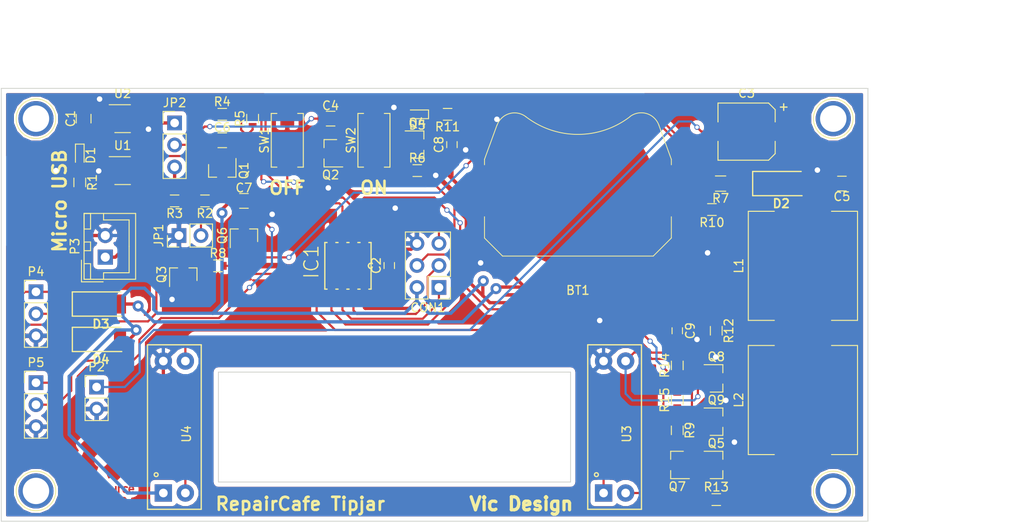
<source format=kicad_pcb>
(kicad_pcb (version 4) (host pcbnew 4.0.6)
  (layers (0 F.Cu signal) (31 B.Cu signal hide) (34 B.Paste user) (35 F.Paste user) (36 B.SilkS user) (37 F.SilkS user) (38 B.Mask user) (39 F.Mask user) (44 Edge.Cuts user))
  (net 0 "")
  (net 1 GND)
  (net 2 "Net-(BT1-Pad1)")
  (net 3 "Net-(C1-Pad1)")
  (net 4 VCC)
  (net 5 "Net-(C3-Pad1)")
  (net 6 "Net-(C3-Pad2)")
  (net 7 "Net-(C4-Pad1)")
  (net 8 "Net-(C5-Pad1)")
  (net 9 "Net-(C6-Pad2)")
  (net 10 /PB1)
  (net 11 /PB2)
  (net 12 /PB0)
  (net 13 /RST)
  (net 14 "Net-(D1-Pad2)")
  (net 15 "Net-(D2-Pad2)")
  (net 16 "Net-(D3-Pad2)")
  (net 17 "Net-(D5-Pad1)")
  (net 18 /PB3)
  (net 19 /PB4)
  (net 20 "Net-(JP1-Pad2)")
  (net 21 "Net-(JP2-Pad1)")
  (net 22 /VBAT)
  (net 23 "Net-(P1-Pad2)")
  (net 24 "Net-(P1-Pad3)")
  (net 25 "Net-(P1-Pad4)")
  (net 26 "Net-(P4-Pad2)")
  (net 27 "Net-(P5-Pad2)")
  (net 28 "Net-(Q2-Pad3)")
  (net 29 "Net-(Q3-Pad2)")
  (net 30 "Net-(Q4-Pad3)")
  (net 31 "Net-(Q5-Pad2)")
  (net 32 "Net-(Q5-Pad3)")
  (net 33 "Net-(Q6-Pad2)")
  (net 34 "Net-(Q7-Pad3)")
  (net 35 "Net-(Q8-Pad2)")
  (net 36 "Net-(Q9-Pad2)")
  (net 37 "Net-(R1-Pad2)")
  (net 38 "Net-(R2-Pad1)")
  (net 39 "Net-(U2-Pad4)")
  (net 40 "Net-(U3-Pad1)")
  (module Capacitors_SMD:C_0805 (layer F.Cu) (at 121.5 38 90)
    (fp_text reference C1 (at 0 -1.5 90) (layer F.SilkS))
    (fp_text value 4.7µF)
    (pad 1 smd rect (at -1 0 90) (size 1 1.25) (layers F.Cu F.Paste F.Mask) (net 3 "Net-(C1-Pad1)"))
    (pad 2 smd rect (at 1 0 90) (size 1 1.25) (layers F.Cu F.Paste F.Mask) (net 1 GND))
  )
  (module Capacitors_SMD:C_0603 (layer F.Cu) (at 156.7688 54.9656 90)
    (fp_text reference C2 (at 0 -1.5 90) (layer F.SilkS))
    (fp_text value 100n)
    (pad 2 smd rect (at 0.75 0 90) (size 0.8 0.75) (layers F.Cu F.Paste F.Mask) (net 1 GND))
    (pad 1 smd rect (at -0.75 0 90) (size 0.8 0.75) (layers F.Cu F.Paste F.Mask) (net 4 VCC))
  )
  (module Capacitors_SMD:CP_Elec_6.3x7.7 (layer F.Cu) (at 198 39.5 180)
    (fp_text reference C3 (at 0 4.43 180) (layer F.SilkS))
    (fp_text value 100µF)
    (fp_text user + (at -4.28 2.91 180) (layer F.SilkS))
    (pad 1 smd rect (at -2.7 0) (size 3.5 1.6) (layers F.Cu F.Paste F.Mask) (net 5 "Net-(C3-Pad1)"))
    (pad 2 smd rect (at 2.7 0) (size 3.5 1.6) (layers F.Cu F.Paste F.Mask) (net 6 "Net-(C3-Pad2)"))
  )
  (module Capacitors_SMD:C_0805 (layer F.Cu) (at 150 38)
    (fp_text reference C4 (at 0 -1.5) (layer F.SilkS))
    (fp_text value 1µF)
    (pad 1 smd rect (at -1 0) (size 1 1.25) (layers F.Cu F.Paste F.Mask) (net 7 "Net-(C4-Pad1)"))
    (pad 2 smd rect (at 1 0) (size 1 1.25) (layers F.Cu F.Paste F.Mask) (net 1 GND))
  )
  (module Capacitors_SMD:C_0805 (layer F.Cu) (at 209 45.5 180)
    (fp_text reference C5 (at 0 -1.5 180) (layer F.SilkS))
    (fp_text value 2.2µF)
    (pad 1 smd rect (at -1 0 180) (size 1 1.25) (layers F.Cu F.Paste F.Mask) (net 8 "Net-(C5-Pad1)"))
    (pad 2 smd rect (at 1 0 180) (size 1 1.25) (layers F.Cu F.Paste F.Mask) (net 1 GND))
  )
  (module Capacitors_SMD:C_0805 (layer F.Cu) (at 137.5 40.5)
    (fp_text reference C6 (at 0 -1.5) (layer F.SilkS))
    (fp_text value 10µF)
    (pad 1 smd rect (at -1 0) (size 1 1.25) (layers F.Cu F.Paste F.Mask) (net 7 "Net-(C4-Pad1)"))
    (pad 2 smd rect (at 1 0) (size 1 1.25) (layers F.Cu F.Paste F.Mask) (net 9 "Net-(C6-Pad2)"))
  )
  (module Capacitors_SMD:C_0805 (layer F.Cu) (at 140 47.5)
    (fp_text reference C7 (at 0 -1.5) (layer F.SilkS))
    (fp_text value 4.7µF)
    (pad 1 smd rect (at -1 0) (size 1 1.25) (layers F.Cu F.Paste F.Mask) (net 4 VCC))
    (pad 2 smd rect (at 1 0) (size 1 1.25) (layers F.Cu F.Paste F.Mask) (net 1 GND))
  )
  (module Capacitors_SMD:C_0603 (layer F.Cu) (at 164 41 90)
    (fp_text reference C8 (at 0 -1.5 90) (layer F.SilkS))
    (fp_text value 100n)
    (pad 2 smd rect (at 0.75 0 90) (size 0.8 0.75) (layers F.Cu F.Paste F.Mask) (net 1 GND))
    (pad 1 smd rect (at -0.75 0 90) (size 0.8 0.75) (layers F.Cu F.Paste F.Mask) (net 4 VCC))
  )
  (module Capacitors_SMD:C_0603 (layer F.Cu) (at 190 62.5 270)
    (fp_text reference C9 (at 0 -1.5 270) (layer F.SilkS))
    (fp_text value 100n)
    (pad 2 smd rect (at 0.75 0 270) (size 0.8 0.75) (layers F.Cu F.Paste F.Mask) (net 1 GND))
    (pad 1 smd rect (at -0.75 0 270) (size 0.8 0.75) (layers F.Cu F.Paste F.Mask) (net 4 VCC))
  )
  (module Pin_Headers:Pin_Header_Straight_2x03_Pitch2.54mm (layer F.Cu) (at 162.5 57.5 180)
    (fp_text reference CON1 (at 1.27 -2.33 180) (layer F.SilkS))
    (fp_text value AVR-ISP-6)
    (pad 1 thru_hole rect (at 0 0 180) (size 1.7 1.7) (drill 1) (layers *.Cu *.Mask) (net 10 /PB1))
    (pad 2 thru_hole oval (at 2.54 0 180) (size 1.7 1.7) (drill 1) (layers *.Cu *.Mask) (net 4 VCC))
    (pad 3 thru_hole oval (at 0 2.54 180) (size 1.7 1.7) (drill 1) (layers *.Cu *.Mask) (net 11 /PB2))
    (pad 4 thru_hole oval (at 2.54 2.54 180) (size 1.7 1.7) (drill 1) (layers *.Cu *.Mask) (net 12 /PB0))
    (pad 5 thru_hole oval (at 0 5.08 180) (size 1.7 1.7) (drill 1) (layers *.Cu *.Mask) (net 13 /RST))
    (pad 6 thru_hole oval (at 2.54 5.08 180) (size 1.7 1.7) (drill 1) (layers *.Cu *.Mask) (net 1 GND))
  )
  (module LEDs:LED_0603 (layer F.Cu) (at 121.0564 42.2402 270)
    (fp_text reference D1 (at 0 -1.25 270) (layer F.SilkS))
    (fp_text value LED)
    (pad 2 smd rect (at 0.8 0 90) (size 0.8 0.8) (layers F.Cu F.Paste F.Mask) (net 14 "Net-(D1-Pad2)"))
    (pad 1 smd rect (at -0.8 0 90) (size 0.8 0.8) (layers F.Cu F.Paste F.Mask) (net 3 "Net-(C1-Pad1)"))
  )
  (module LEDs:LED_0603 (layer F.Cu) (at 160 37.5 180)
    (fp_text reference D5 (at 0 -1.25 180) (layer F.SilkS))
    (fp_text value LED)
    (pad 2 smd rect (at 0.8 0) (size 0.8 0.8) (layers F.Cu F.Paste F.Mask) (net 1 GND))
    (pad 1 smd rect (at -0.8 0) (size 0.8 0.8) (layers F.Cu F.Paste F.Mask) (net 17 "Net-(D5-Pad1)"))
  )
  (module Microcontrollers_ATTINY85-20SU:SOIC127P798X216-8N (layer F.Cu) (at 152 55 270)
    (fp_text reference IC1 (at -0.4572 4.2164 270) (layer F.SilkS) (effects (font (size 1.64 1.64))))
    (fp_text value ATTINY85-S hide)
    (pad 1 smd rect (at -3.7084 -1.905 270) (size 1.5494 0.5334) (layers F.Cu F.Paste F.Mask) (net 13 /RST))
    (pad 2 smd rect (at -3.7084 -0.635 270) (size 1.5494 0.5334) (layers F.Cu F.Paste F.Mask) (net 18 /PB3))
    (pad 3 smd rect (at -3.7084 0.635 270) (size 1.5494 0.5334) (layers F.Cu F.Paste F.Mask) (net 19 /PB4))
    (pad 4 smd rect (at -3.7084 1.905 270) (size 1.5494 0.5334) (layers F.Cu F.Paste F.Mask) (net 1 GND))
    (pad 5 smd rect (at 3.7084 1.905 270) (size 1.5494 0.5334) (layers F.Cu F.Paste F.Mask) (net 12 /PB0))
    (pad 6 smd rect (at 3.7084 0.635 270) (size 1.5494 0.5334) (layers F.Cu F.Paste F.Mask) (net 10 /PB1))
    (pad 7 smd rect (at 3.7084 -0.635 270) (size 1.5494 0.5334) (layers F.Cu F.Paste F.Mask) (net 11 /PB2))
    (pad 8 smd rect (at 3.7084 -1.905 270) (size 1.5494 0.5334) (layers F.Cu F.Paste F.Mask) (net 4 VCC))
  )
  (module Pin_Headers:Pin_Header_Straight_1x02_Pitch2.54mm (layer F.Cu) (at 132.5 51.5 90)
    (fp_text reference JP1 (at 0 -2.33 90) (layer F.SilkS))
    (fp_text value JUMPER)
    (pad 1 thru_hole rect (at 0 0 90) (size 1.7 1.7) (drill 1) (layers *.Cu *.Mask) (net 1 GND))
    (pad 2 thru_hole oval (at 0 2.54 90) (size 1.7 1.7) (drill 1) (layers *.Cu *.Mask) (net 20 "Net-(JP1-Pad2)"))
  )
  (module Pin_Headers:Pin_Header_Straight_1x03_Pitch2.54mm (layer F.Cu) (at 132 38.5)
    (fp_text reference JP2 (at 0 -2.33) (layer F.SilkS))
    (fp_text value JUMPER3)
    (pad 1 thru_hole rect (at 0 0) (size 1.7 1.7) (drill 1) (layers *.Cu *.Mask) (net 21 "Net-(JP2-Pad1)"))
    (pad 2 thru_hole oval (at 0 2.54) (size 1.7 1.7) (drill 1) (layers *.Cu *.Mask) (net 7 "Net-(C4-Pad1)"))
    (pad 3 thru_hole oval (at 0 5.08) (size 1.7 1.7) (drill 1) (layers *.Cu *.Mask) (net 22 /VBAT))
  )
  (module Inductors_SMD:L_12x12mm_h8mm (layer F.Cu) (at 204.5 55 90)
    (fp_text reference L1 (at 0 -7.4 90) (layer F.SilkS))
    (fp_text value 100µH)
    (pad 1 smd rect (at -4.95 0 90) (size 2.9 5.4) (layers F.Cu F.Paste F.Mask) (net 8 "Net-(C5-Pad1)"))
    (pad 2 smd rect (at 4.95 0 90) (size 2.9 5.4) (layers F.Cu F.Paste F.Mask) (net 5 "Net-(C3-Pad1)"))
  )
  (module Inductors_SMD:L_12x12mm_h8mm (layer F.Cu) (at 204.5 70.5 90)
    (fp_text reference L2 (at 0 -7.4 90) (layer F.SilkS))
    (fp_text value 100µH)
    (pad 1 smd rect (at -4.95 0 90) (size 2.9 5.4) (layers F.Cu F.Paste F.Mask) (net 15 "Net-(D2-Pad2)"))
    (pad 2 smd rect (at 4.95 0 90) (size 2.9 5.4) (layers F.Cu F.Paste F.Mask) (net 8 "Net-(C5-Pad1)"))
  )
  (module VIC:MICRO-B_USB (layer F.Cu) (at 112.5 47.5 270)
    (fp_text reference P1 hide)
    (fp_text value "Micro USB" (at 0 -6.223 270) (layer F.SilkS) (effects (font (thickness 0.3048))))
    (pad "" smd rect (at -1.19888 -1.4478 270) (size 1.89738 1.89738) (layers F.Cu F.Paste F.Mask))
    (pad "" smd rect (at 1.19888 -1.4478 270) (size 1.89992 1.89738) (layers F.Cu F.Paste F.Mask))
    (pad "" smd rect (at 3.79984 -1.4478 270) (size 1.79578 1.89738) (layers F.Cu F.Paste F.Mask))
    (pad 6 smd rect (at -3.0988 -3.99796 270) (size 2.0955 1.59766) (layers F.Cu F.Paste F.Mask) (net 1 GND))
    (pad 1 smd rect (at -1.29794 -4.12496 270) (size 0.39878 1.3462) (layers F.Cu F.Paste F.Mask) (net 3 "Net-(C1-Pad1)") (clearance 0.2032))
    (pad 2 smd rect (at -0.6477 -4.12496 270) (size 0.39878 1.3462) (layers F.Cu F.Paste F.Mask) (net 23 "Net-(P1-Pad2)") (clearance 0.2032))
    (pad 3 smd rect (at 0 -4.12496 270) (size 0.39878 1.3462) (layers F.Cu F.Paste F.Mask) (net 24 "Net-(P1-Pad3)") (clearance 0.2032))
    (pad 4 smd rect (at 0.6477 -4.12496 270) (size 0.39878 1.3462) (layers F.Cu F.Paste F.Mask) (net 25 "Net-(P1-Pad4)") (clearance 0.2032))
    (pad 5 smd rect (at 1.29794 -4.12496 270) (size 0.39878 1.3462) (layers F.Cu F.Paste F.Mask) (net 1 GND) (clearance 0.2032))
    (pad 6 smd rect (at 3.0988 -3.99796 270) (size 2.0955 1.59766) (layers F.Cu F.Paste F.Mask) (net 1 GND))
    (pad "" smd rect (at -3.79984 -1.4478 270) (size 1.79578 1.89738) (layers F.Cu F.Paste F.Mask))
  )
  (module Pin_Headers:Pin_Header_Straight_1x02_Pitch2.54mm (layer F.Cu) (at 123 69)
    (fp_text reference P2 (at 0 -2.33) (layer F.SilkS))
    (fp_text value CONN_2)
    (pad 1 thru_hole rect (at 0 0) (size 1.7 1.7) (drill 1) (layers *.Cu *.Mask) (net 6 "Net-(C3-Pad2)"))
    (pad 2 thru_hole oval (at 0 2.54) (size 1.7 1.7) (drill 1) (layers *.Cu *.Mask) (net 1 GND))
  )
  (module Connectors_JST:JST_XH_B02B-XH-A_02x2.50mm_Straight (layer F.Cu) (at 124 54 90)
    (fp_text reference P3 (at 1.25 -3.5 90) (layer F.SilkS))
    (fp_text value CONN_2)
    (pad 1 thru_hole rect (at 0 0 90) (size 1.75 1.75) (drill 1.05) (layers *.Cu *.Mask) (net 22 /VBAT))
    (pad 2 thru_hole circle (at 2.5 0 90) (size 1.75 1.75) (drill 1.05) (layers *.Cu *.Mask) (net 1 GND))
  )
  (module Pin_Headers:Pin_Header_Straight_1x03_Pitch2.54mm (layer F.Cu) (at 116 58)
    (fp_text reference P4 (at 0 -2.33) (layer F.SilkS))
    (fp_text value CONN_3)
    (pad 1 thru_hole rect (at 0 0) (size 1.7 1.7) (drill 1) (layers *.Cu *.Mask) (net 16 "Net-(D3-Pad2)"))
    (pad 2 thru_hole oval (at 0 2.54) (size 1.7 1.7) (drill 1) (layers *.Cu *.Mask) (net 26 "Net-(P4-Pad2)"))
    (pad 3 thru_hole oval (at 0 5.08) (size 1.7 1.7) (drill 1) (layers *.Cu *.Mask) (net 1 GND))
  )
  (module Pin_Headers:Pin_Header_Straight_1x03_Pitch2.54mm (layer F.Cu) (at 116 68.5)
    (fp_text reference P5 (at 0 -2.33) (layer F.SilkS))
    (fp_text value CONN_3)
    (pad 1 thru_hole rect (at 0 0) (size 1.7 1.7) (drill 1) (layers *.Cu *.Mask) (net 16 "Net-(D3-Pad2)"))
    (pad 2 thru_hole oval (at 0 2.54) (size 1.7 1.7) (drill 1) (layers *.Cu *.Mask) (net 27 "Net-(P5-Pad2)"))
    (pad 3 thru_hole oval (at 0 5.08) (size 1.7 1.7) (drill 1) (layers *.Cu *.Mask) (net 1 GND))
  )
  (module TO_SOT_Packages_SMD:SOT-23 (layer F.Cu) (at 137.5 44 270)
    (fp_text reference Q1 (at 0 -2.5 270) (layer F.SilkS))
    (fp_text value TSM2301)
    (pad 1 smd rect (at -1 -0.95 270) (size 0.9 0.8) (layers F.Cu F.Paste F.Mask) (net 9 "Net-(C6-Pad2)"))
    (pad 2 smd rect (at -1 0.95 270) (size 0.9 0.8) (layers F.Cu F.Paste F.Mask) (net 7 "Net-(C4-Pad1)"))
    (pad 3 smd rect (at 1 0 270) (size 0.9 0.8) (layers F.Cu F.Paste F.Mask) (net 4 VCC))
  )
  (module TO_SOT_Packages_SMD:SOT-23 (layer F.Cu) (at 150 42 180)
    (fp_text reference Q2 (at 0 -2.5 180) (layer F.SilkS))
    (fp_text value TSM2302)
    (pad 1 smd rect (at -1 -0.95 180) (size 0.9 0.8) (layers F.Cu F.Paste F.Mask) (net 12 /PB0))
    (pad 2 smd rect (at -1 0.95 180) (size 0.9 0.8) (layers F.Cu F.Paste F.Mask) (net 1 GND))
    (pad 3 smd rect (at 1 0 180) (size 0.9 0.8) (layers F.Cu F.Paste F.Mask) (net 28 "Net-(Q2-Pad3)"))
  )
  (module TO_SOT_Packages_SMD:SOT-23 (layer F.Cu) (at 133 56 90)
    (fp_text reference Q3 (at 0 -2.5 90) (layer F.SilkS))
    (fp_text value 2N2222)
    (pad 1 smd rect (at -1 -0.95 90) (size 0.9 0.8) (layers F.Cu F.Paste F.Mask) (net 1 GND))
    (pad 2 smd rect (at -1 0.95 90) (size 0.9 0.8) (layers F.Cu F.Paste F.Mask) (net 29 "Net-(Q3-Pad2)"))
    (pad 3 smd rect (at 1 0 90) (size 0.9 0.8) (layers F.Cu F.Paste F.Mask) (net 26 "Net-(P4-Pad2)"))
  )
  (module TO_SOT_Packages_SMD:SOT-23 (layer F.Cu) (at 160 41)
    (fp_text reference Q4 (at 0 -2.5) (layer F.SilkS))
    (fp_text value TSM2301)
    (pad 1 smd rect (at -1 -0.95) (size 0.9 0.8) (layers F.Cu F.Paste F.Mask) (net 12 /PB0))
    (pad 2 smd rect (at -1 0.95) (size 0.9 0.8) (layers F.Cu F.Paste F.Mask) (net 4 VCC))
    (pad 3 smd rect (at 1 0) (size 0.9 0.8) (layers F.Cu F.Paste F.Mask) (net 30 "Net-(Q4-Pad3)"))
  )
  (module TO_SOT_Packages_SMD:SOT-23 (layer F.Cu) (at 194.5 78)
    (fp_text reference Q5 (at 0 -2.5) (layer F.SilkS))
    (fp_text value 2N2222)
    (pad 1 smd rect (at -1 -0.95) (size 0.9 0.8) (layers F.Cu F.Paste F.Mask) (net 1 GND))
    (pad 2 smd rect (at -1 0.95) (size 0.9 0.8) (layers F.Cu F.Paste F.Mask) (net 31 "Net-(Q5-Pad2)"))
    (pad 3 smd rect (at 1 0) (size 0.9 0.8) (layers F.Cu F.Paste F.Mask) (net 32 "Net-(Q5-Pad3)"))
  )
  (module TO_SOT_Packages_SMD:SOT-23 (layer F.Cu) (at 140 51.5 90)
    (fp_text reference Q6 (at 0 -2.5 90) (layer F.SilkS))
    (fp_text value 2N2222)
    (pad 1 smd rect (at -1 -0.95 90) (size 0.9 0.8) (layers F.Cu F.Paste F.Mask) (net 1 GND))
    (pad 2 smd rect (at -1 0.95 90) (size 0.9 0.8) (layers F.Cu F.Paste F.Mask) (net 33 "Net-(Q6-Pad2)"))
    (pad 3 smd rect (at 1 0 90) (size 0.9 0.8) (layers F.Cu F.Paste F.Mask) (net 27 "Net-(P5-Pad2)"))
  )
  (module TO_SOT_Packages_SMD:SOT-23 (layer F.Cu) (at 190 78 180)
    (fp_text reference Q7 (at 0 -2.5 180) (layer F.SilkS))
    (fp_text value 2N2222)
    (pad 1 smd rect (at -1 -0.95 180) (size 0.9 0.8) (layers F.Cu F.Paste F.Mask) (net 31 "Net-(Q5-Pad2)"))
    (pad 2 smd rect (at -1 0.95 180) (size 0.9 0.8) (layers F.Cu F.Paste F.Mask) (net 32 "Net-(Q5-Pad3)"))
    (pad 3 smd rect (at 1 0 180) (size 0.9 0.8) (layers F.Cu F.Paste F.Mask) (net 34 "Net-(Q7-Pad3)"))
  )
  (module TO_SOT_Packages_SMD:SOT-23 (layer F.Cu) (at 194.5 68)
    (fp_text reference Q8 (at 0 -2.5) (layer F.SilkS))
    (fp_text value 2N2222)
    (pad 1 smd rect (at -1 -0.95) (size 0.9 0.8) (layers F.Cu F.Paste F.Mask) (net 1 GND))
    (pad 2 smd rect (at -1 0.95) (size 0.9 0.8) (layers F.Cu F.Paste F.Mask) (net 35 "Net-(Q8-Pad2)"))
    (pad 3 smd rect (at 1 0) (size 0.9 0.8) (layers F.Cu F.Paste F.Mask) (net 18 /PB3))
  )
  (module TO_SOT_Packages_SMD:SOT-23 (layer F.Cu) (at 194.5 73)
    (fp_text reference Q9 (at 0 -2.5) (layer F.SilkS))
    (fp_text value 2N2222)
    (pad 1 smd rect (at -1 -0.95) (size 0.9 0.8) (layers F.Cu F.Paste F.Mask) (net 1 GND))
    (pad 2 smd rect (at -1 0.95) (size 0.9 0.8) (layers F.Cu F.Paste F.Mask) (net 36 "Net-(Q9-Pad2)"))
    (pad 3 smd rect (at 1 0) (size 0.9 0.8) (layers F.Cu F.Paste F.Mask) (net 18 /PB3))
  )
  (module Resistors_SMD:R_0603 (layer F.Cu) (at 121.0564 45.3644 270)
    (fp_text reference R1 (at 0 -1.45 270) (layer F.SilkS))
    (fp_text value 270)
    (pad 1 smd rect (at -0.75 0 270) (size 0.5 0.9) (layers F.Cu F.Paste F.Mask) (net 14 "Net-(D1-Pad2)"))
    (pad 2 smd rect (at 0.75 0 270) (size 0.5 0.9) (layers F.Cu F.Paste F.Mask) (net 37 "Net-(R1-Pad2)"))
  )
  (module Resistors_SMD:R_0603 (layer F.Cu) (at 135.5 47.5 180)
    (fp_text reference R2 (at 0 -1.45 180) (layer F.SilkS))
    (fp_text value 2k2)
    (pad 1 smd rect (at -0.75 0 180) (size 0.5 0.9) (layers F.Cu F.Paste F.Mask) (net 38 "Net-(R2-Pad1)"))
    (pad 2 smd rect (at 0.75 0 180) (size 0.5 0.9) (layers F.Cu F.Paste F.Mask) (net 20 "Net-(JP1-Pad2)"))
  )
  (module Resistors_SMD:R_0603 (layer F.Cu) (at 132 47.5 180)
    (fp_text reference R3 (at 0 -1.45 180) (layer F.SilkS))
    (fp_text value 8k2)
    (pad 1 smd rect (at -0.75 0 180) (size 0.5 0.9) (layers F.Cu F.Paste F.Mask) (net 20 "Net-(JP1-Pad2)"))
    (pad 2 smd rect (at 0.75 0 180) (size 0.5 0.9) (layers F.Cu F.Paste F.Mask) (net 1 GND))
  )
  (module Resistors_SMD:R_0603 (layer F.Cu) (at 137.5 37.5)
    (fp_text reference R4 (at 0 -1.45) (layer F.SilkS))
    (fp_text value 1M)
    (pad 1 smd rect (at -0.75 0) (size 0.5 0.9) (layers F.Cu F.Paste F.Mask) (net 7 "Net-(C4-Pad1)"))
    (pad 2 smd rect (at 0.75 0) (size 0.5 0.9) (layers F.Cu F.Paste F.Mask) (net 9 "Net-(C6-Pad2)"))
  )
  (module Resistors_SMD:R_0603 (layer F.Cu) (at 141 38 90)
    (fp_text reference R5 (at 0 -1.45 90) (layer F.SilkS))
    (fp_text value 100)
    (pad 1 smd rect (at -0.75 0 90) (size 0.5 0.9) (layers F.Cu F.Paste F.Mask) (net 9 "Net-(C6-Pad2)"))
    (pad 2 smd rect (at 0.75 0 90) (size 0.5 0.9) (layers F.Cu F.Paste F.Mask) (net 28 "Net-(Q2-Pad3)"))
  )
  (module Resistors_SMD:R_0603 (layer F.Cu) (at 160 44)
    (fp_text reference R6 (at 0 -1.45) (layer F.SilkS))
    (fp_text value 1M)
    (pad 1 smd rect (at -0.75 0) (size 0.5 0.9) (layers F.Cu F.Paste F.Mask) (net 12 /PB0))
    (pad 2 smd rect (at 0.75 0) (size 0.5 0.9) (layers F.Cu F.Paste F.Mask) (net 1 GND))
  )
  (module Resistors_SMD:R_0805_HandSoldering (layer F.Cu) (at 195 45.5 180)
    (fp_text reference R7 (at 0 -1.7 180) (layer F.SilkS))
    (fp_text value 10)
    (pad 1 smd rect (at -1.35 0 180) (size 1.5 1.3) (layers F.Cu F.Paste F.Mask) (net 15 "Net-(D2-Pad2)"))
    (pad 2 smd rect (at 1.35 0 180) (size 1.5 1.3) (layers F.Cu F.Paste F.Mask) (net 19 /PB4))
  )
  (module Resistors_SMD:R_0603 (layer F.Cu) (at 137 55)
    (fp_text reference R8 (at 0 -1.45) (layer F.SilkS))
    (fp_text value 3k3)
    (pad 1 smd rect (at -0.75 0) (size 0.5 0.9) (layers F.Cu F.Paste F.Mask) (net 29 "Net-(Q3-Pad2)"))
    (pad 2 smd rect (at 0.75 0) (size 0.5 0.9) (layers F.Cu F.Paste F.Mask) (net 11 /PB2))
  )
  (module Resistors_SMD:R_0603 (layer F.Cu) (at 190 74 270)
    (fp_text reference R9 (at 0 -1.45 270) (layer F.SilkS))
    (fp_text value 3k3)
    (pad 1 smd rect (at -0.75 0 270) (size 0.5 0.9) (layers F.Cu F.Paste F.Mask) (net 10 /PB1))
    (pad 2 smd rect (at 0.75 0 270) (size 0.5 0.9) (layers F.Cu F.Paste F.Mask) (net 32 "Net-(Q5-Pad3)"))
  )
  (module Resistors_SMD:R_0603 (layer F.Cu) (at 194 48.5)
    (fp_text reference R10 (at 0 1.5) (layer F.SilkS))
    (fp_text value 3k3)
    (pad 1 smd rect (at -0.75 0) (size 0.5 0.9) (layers F.Cu F.Paste F.Mask) (net 33 "Net-(Q6-Pad2)"))
    (pad 2 smd rect (at 0.75 0) (size 0.5 0.9) (layers F.Cu F.Paste F.Mask) (net 19 /PB4))
  )
  (module Resistors_SMD:R_0603 (layer F.Cu) (at 163.5 37.5 180)
    (fp_text reference R11 (at 0 -1.45 180) (layer F.SilkS))
    (fp_text value 100)
    (pad 1 smd rect (at -0.75 0 180) (size 0.5 0.9) (layers F.Cu F.Paste F.Mask) (net 30 "Net-(Q4-Pad3)"))
    (pad 2 smd rect (at 0.75 0 180) (size 0.5 0.9) (layers F.Cu F.Paste F.Mask) (net 17 "Net-(D5-Pad1)"))
  )
  (module Resistors_SMD:R_0603 (layer F.Cu) (at 194.5 62.5 270)
    (fp_text reference R12 (at 0 -1.45 270) (layer F.SilkS))
    (fp_text value 4k7)
    (pad 1 smd rect (at -0.75 0 270) (size 0.5 0.9) (layers F.Cu F.Paste F.Mask) (net 4 VCC))
    (pad 2 smd rect (at 0.75 0 270) (size 0.5 0.9) (layers F.Cu F.Paste F.Mask) (net 18 /PB3))
  )
  (module Resistors_SMD:R_0603 (layer F.Cu) (at 194.5 82)
    (fp_text reference R13 (at 0 -1.45) (layer F.SilkS))
    (fp_text value 33R)
    (pad 1 smd rect (at -0.75 0) (size 0.5 0.9) (layers F.Cu F.Paste F.Mask) (net 31 "Net-(Q5-Pad2)"))
    (pad 2 smd rect (at 0.75 0) (size 0.5 0.9) (layers F.Cu F.Paste F.Mask) (net 1 GND))
  )
  (module Resistors_SMD:R_0603 (layer F.Cu) (at 190 66.5 90)
    (fp_text reference R14 (at 0 -1.45 90) (layer F.SilkS))
    (fp_text value 4k7)
    (pad 1 smd rect (at -0.75 0 90) (size 0.5 0.9) (layers F.Cu F.Paste F.Mask) (net 10 /PB1))
    (pad 2 smd rect (at 0.75 0 90) (size 0.5 0.9) (layers F.Cu F.Paste F.Mask) (net 35 "Net-(Q8-Pad2)"))
  )
  (module Resistors_SMD:R_0603 (layer F.Cu) (at 190 70.5 90)
    (fp_text reference R15 (at 0 -1.45 90) (layer F.SilkS))
    (fp_text value 4k7)
    (pad 1 smd rect (at -0.75 0 90) (size 0.5 0.9) (layers F.Cu F.Paste F.Mask) (net 10 /PB1))
    (pad 2 smd rect (at 0.75 0 90) (size 0.5 0.9) (layers F.Cu F.Paste F.Mask) (net 36 "Net-(Q9-Pad2)"))
  )
  (module Buttons_Switches_SMD:SW_SPST_EVQPE1 (layer F.Cu) (at 145 40.5 90)
    (fp_text reference SW1 (at 0 -2.65 90) (layer F.SilkS))
    (fp_text value SW_PUSH)
    (pad 2 smd rect (at 2.7 0 90) (size 2 1.6) (layers F.Cu F.Paste F.Mask) (net 1 GND))
    (pad 1 smd rect (at -2.7 0 90) (size 2 1.6) (layers F.Cu F.Paste F.Mask) (net 18 /PB3))
  )
  (module Buttons_Switches_SMD:SW_SPST_EVQPE1 (layer F.Cu) (at 155 40.5 90)
    (fp_text reference SW2 (at 0 -2.65 90) (layer F.SilkS))
    (fp_text value SW_PUSH)
    (pad 2 smd rect (at 2.7 0 90) (size 2 1.6) (layers F.Cu F.Paste F.Mask) (net 1 GND))
    (pad 1 smd rect (at -2.7 0 90) (size 2 1.6) (layers F.Cu F.Paste F.Mask) (net 28 "Net-(Q2-Pad3)"))
  )
  (module TO_SOT_Packages_SMD:SOT-23-5 (layer F.Cu) (at 126 44)
    (fp_text reference U1 (at 0 -2.9) (layer F.SilkS))
    (fp_text value MCP73831T-2ACI/OT)
    (pad 1 smd rect (at -1.1 -0.95) (size 1.06 0.65) (layers F.Cu F.Paste F.Mask) (net 37 "Net-(R1-Pad2)"))
    (pad 2 smd rect (at -1.1 0) (size 1.06 0.65) (layers F.Cu F.Paste F.Mask) (net 1 GND))
    (pad 3 smd rect (at -1.1 0.95) (size 1.06 0.65) (layers F.Cu F.Paste F.Mask) (net 22 /VBAT))
    (pad 4 smd rect (at 1.1 0.95) (size 1.06 0.65) (layers F.Cu F.Paste F.Mask) (net 3 "Net-(C1-Pad1)"))
    (pad 5 smd rect (at 1.1 -0.95) (size 1.06 0.65) (layers F.Cu F.Paste F.Mask) (net 38 "Net-(R2-Pad1)"))
  )
  (module TO_SOT_Packages_SMD:SOT-23-5 (layer F.Cu) (at 126 38)
    (fp_text reference U2 (at 0 -2.9) (layer F.SilkS))
    (fp_text value MIC5504-3.3YM5)
    (pad 1 smd rect (at -1.1 -0.95) (size 1.06 0.65) (layers F.Cu F.Paste F.Mask) (net 3 "Net-(C1-Pad1)"))
    (pad 2 smd rect (at -1.1 0) (size 1.06 0.65) (layers F.Cu F.Paste F.Mask) (net 1 GND))
    (pad 3 smd rect (at -1.1 0.95) (size 1.06 0.65) (layers F.Cu F.Paste F.Mask) (net 3 "Net-(C1-Pad1)"))
    (pad 4 smd rect (at 1.1 0.95) (size 1.06 0.65) (layers F.Cu F.Paste F.Mask) (net 39 "Net-(U2-Pad4)"))
    (pad 5 smd rect (at 1.1 -0.95) (size 1.06 0.65) (layers F.Cu F.Paste F.Mask) (net 21 "Net-(JP2-Pad1)"))
  )
  (module on1120:ON1120 (layer F.Cu) (at 182.77 73.62 90)
    (fp_text reference U3 (at -0.8 1.4 90) (layer F.SilkS))
    (fp_text value ON1120)
    (pad 2 thru_hole circle (at -7.62 1.27 90) (size 2 2) (drill 1) (layers *.Cu *.Mask) (net 34 "Net-(Q7-Pad3)"))
    (pad 1 thru_hole rect (at -7.62 -1.27 90) (size 2 2) (drill 1) (layers *.Cu *.Mask) (net 40 "Net-(U3-Pad1)"))
    (pad 4 thru_hole circle (at 7.62 -1.27 90) (size 2 2) (drill 1) (layers *.Cu *.Mask) (net 1 GND))
    (pad 3 thru_hole circle (at 7.62 1.27 90) (size 2 2) (drill 1) (layers *.Cu *.Mask) (net 35 "Net-(Q8-Pad2)"))
  )
  (module on1120:ON1120 (layer F.Cu) (at 131.97 73.62 90)
    (fp_text reference U4 (at -0.8 1.4 90) (layer F.SilkS))
    (fp_text value ON1120)
    (pad 2 thru_hole circle (at -7.62 1.27 90) (size 2 2) (drill 1) (layers *.Cu *.Mask) (net 40 "Net-(U3-Pad1)"))
    (pad 1 thru_hole rect (at -7.62 -1.27 90) (size 2 2) (drill 1) (layers *.Cu *.Mask) (net 4 VCC))
    (pad 4 thru_hole circle (at 7.62 -1.27 90) (size 2 2) (drill 1) (layers *.Cu *.Mask) (net 1 GND))
    (pad 3 thru_hole circle (at 7.62 1.27 90) (size 2 2) (drill 1) (layers *.Cu *.Mask) (net 36 "Net-(Q9-Pad2)"))
  )
  (module CR2032:Keystone_3034_1x20mm-CoinCell (layer F.Cu) (at 178.5366 46.3296 180)
    (fp_text reference BT1 (at 0 -11.5 180) (layer F.SilkS))
    (fp_text value CR2032)
    (pad 2 smd circle (at 0 0 180) (size 18 18) (layers F.Cu F.Mask) (net 1 GND))
    (pad 1 smd rect (at 10.985 0 180) (size 1.27 5.08) (layers F.Cu F.Paste F.Mask) (net 2 "Net-(BT1-Pad1)"))
    (pad 1 smd rect (at -10.985 0 180) (size 1.27 5.08) (layers F.Cu F.Paste F.Mask) (net 2 "Net-(BT1-Pad1)"))
  )
  (module Connectors:1pin (layer F.Cu) (at 116 38)
    (fp_text reference "" (at 0 -3.048) (layer F.SilkS))
    (fp_text value 1pin)
    (pad 1 thru_hole circle (at 0 0) (size 4.064 4.064) (drill 3.048) (layers *.Cu *.Mask))
  )
  (module Connectors:1pin (layer F.Cu) (at 116 81)
    (fp_text reference "" (at 0 -3.048) (layer F.SilkS))
    (fp_text value 1pin)
    (pad 1 thru_hole circle (at 0 0) (size 4.064 4.064) (drill 3.048) (layers *.Cu *.Mask))
  )
  (module Connectors:1pin (layer F.Cu) (at 208 38)
    (fp_text reference "" (at 0 -3.048) (layer F.SilkS))
    (fp_text value 1pin)
    (pad 1 thru_hole circle (at 0 0) (size 4.064 4.064) (drill 3.048) (layers *.Cu *.Mask))
  )
  (module Connectors:1pin (layer F.Cu) (at 208 81)
    (fp_text reference "" (at 0 -3.048) (layer F.SilkS))
    (fp_text value 1pin)
    (pad 1 thru_hole circle (at 0 0) (size 4.064 4.064) (drill 3.048) (layers *.Cu *.Mask))
  )
  (module VIC:SOD-128 (layer F.Cu) (at 123.5 63.5)
    (fp_text reference D4 (at 0 2.3114) (layer F.SilkS) (effects (font (thickness 0.2))))
    (fp_text value PMEG6030EP)
    (pad 2 smd rect (at -2.19964 0) (size 1.39954 2.19964) (layers F.Cu F.Paste F.Mask) (net 16 "Net-(D3-Pad2)"))
    (pad 1 smd rect (at 2.19964 0) (size 1.39954 2.19964) (layers F.Cu F.Paste F.Mask) (net 4 VCC))
  )
  (module VIC:SOD-128 (layer F.Cu) (at 123.4948 59.4106)
    (fp_text reference D3 (at 0 2.3114) (layer F.SilkS) (effects (font (thickness 0.2))))
    (fp_text value PMEG6030EP)
    (pad 2 smd rect (at -2.19964 0) (size 1.39954 2.19964) (layers F.Cu F.Paste F.Mask) (net 16 "Net-(D3-Pad2)"))
    (pad 1 smd rect (at 2.19964 0) (size 1.39954 2.19964) (layers F.Cu F.Paste F.Mask) (net 2 "Net-(BT1-Pad1)"))
  )
  (module VIC:SOD-128 (layer F.Cu) (at 202 45.5)
    (fp_text reference D2 (at 0 2.3114) (layer F.SilkS) (effects (font (thickness 0.2))))
    (fp_text value PMEG6030EP)
    (pad 2 smd rect (at -2.19964 0) (size 1.39954 2.19964) (layers F.Cu F.Paste F.Mask) (net 15 "Net-(D2-Pad2)"))
    (pad 1 smd rect (at 2.19964 0) (size 1.39954 2.19964) (layers F.Cu F.Paste F.Mask) (net 1 GND))
  )
  (module Symbols:OSHW-Logo_7.5x8mm_Copper (layer F.Cu) (at 123.5 78.5)
    (fp_text reference REF*** hide)
    (fp_text value OSHW-Logo_7.5x8mm_Copper hide)
    (fp_poly (pts (xy -2.53664 1.952468) (xy -2.501408 1.969874) (xy -2.45796 2.000206) (xy -2.426294 2.033283) (xy -2.404606 2.074817) (xy -2.391097 2.130522) (xy -2.383962 2.206111) (xy -2.3814 2.307296) (xy -2.38125 2.350797) (xy -2.381688 2.446135) (xy -2.383504 2.514271) (xy -2.387455 2.561418) (xy -2.394298 2.59379) (xy -2.404789 2.6176) (xy -2.415704 2.633843) (xy -2.485381 2.702952) (xy -2.567434 2.744521) (xy -2.65595 2.757023) (xy -2.745019 2.738934) (xy -2.773237 2.726142) (xy -2.84079 2.690931) (xy -2.84079 3.2427) (xy -2.791488 3.217205) (xy -2.726527 3.19748) (xy -2.64668 3.192427) (xy -2.566948 3.201756) (xy -2.506735 3.222714) (xy -2.456792 3.262627) (xy -2.414119 3.319741) (xy -2.41091 3.325605) (xy -2.397378 3.353227) (xy -2.387495 3.381068) (xy -2.380691 3.414794) (xy -2.376399 3.460071) (xy -2.374049 3.522562) (xy -2.373072 3.607935) (xy -2.372895 3.70401) (xy -2.372895 4.010526) (xy -2.556711 4.010526) (xy -2.556711 3.445339) (xy -2.608125 3.402077) (xy -2.661534 3.367472) (xy -2.712112 3.36118) (xy -2.76297 3.377372) (xy -2.790075 3.393227) (xy -2.810249 3.41581) (xy -2.824597 3.44994) (xy -2.834224 3.500434) (xy -2.840237 3.572111) (xy -2.84374 3.669788) (xy -2.844974 3.734802) (xy -2.849145 4.002171) (xy -2.936875 4.007222) (xy -3.024606 4.012273) (xy -3.024606 2.353101) (xy -2.84079 2.353101) (xy -2.836104 2.4456) (xy -2.820312 2.509809) (xy -2.790817 2.549759) (xy -2.74502 2.56948) (xy -2.69875 2.573421) (xy -2.646372 2.568892) (xy -2.61161 2.551069) (xy -2.589872 2.527519) (xy -2.57276 2.502189) (xy -2.562573 2.473969) (xy -2.55804 2.434431) (xy -2.557891 2.375142) (xy -2.559416 2.325498) (xy -2.562919 2.25071) (xy -2.568133 2.201611) (xy -2.576913 2.170467) (xy -2.591114 2.149545) (xy -2.604516 2.137452) (xy -2.660513 2.111081) (xy -2.726789 2.106822) (xy -2.764844 2.115906) (xy -2.802523 2.148196) (xy -2.827481 2.211006) (xy -2.839578 2.303894) (xy -2.84079 2.353101) (xy -3.024606 2.353101) (xy -3.024606 1.938421) (xy -2.932698 1.938421) (xy -2.877517 1.940603) (xy -2.849048 1.948351) (xy -2.840794 1.963468) (xy -2.84079 1.963916) (xy -2.83696 1.97872) (xy -2.820067 1.977039) (xy -2.786481 1.960772) (xy -2.708222 1.935887) (xy -2.620173 1.933271) (xy -2.53664 1.952468)) (layer F.Cu) (width 0.01))
    (fp_poly (pts (xy -1.839543 3.198184) (xy -1.76093 3.21916) (xy -1.701084 3.25718) (xy -1.658853 3.306978) (xy -1.645725 3.32823) (xy -1.636032 3.350492) (xy -1.629256 3.37897) (xy -1.624877 3.418871) (xy -1.622376 3.475401) (xy -1.621232 3.553767) (xy -1.620928 3.659176) (xy -1.620922 3.687142) (xy -1.620922 4.010526) (xy -1.701132 4.010526) (xy -1.752294 4.006943) (xy -1.790123 3.997866) (xy -1.799601 3.992268) (xy -1.825512 3.982606) (xy -1.851976 3.992268) (xy -1.895548 4.00433) (xy -1.95884 4.009185) (xy -2.02899 4.007078) (xy -2.09314 3.998256) (xy -2.130593 3.986937) (xy -2.203067 3.940412) (xy -2.24836 3.875846) (xy -2.268722 3.79) (xy -2.268912 3.787796) (xy -2.267125 3.749713) (xy -2.105527 3.749713) (xy -2.091399 3.79303) (xy -2.068388 3.817408) (xy -2.022196 3.835845) (xy -1.961225 3.843205) (xy -1.899051 3.839583) (xy -1.849249 3.825074) (xy -1.835297 3.815765) (xy -1.810915 3.772753) (xy -1.804737 3.723857) (xy -1.804737 3.659605) (xy -1.897182 3.659605) (xy -1.985005 3.666366) (xy -2.051582 3.68552) (xy -2.092998 3.715376) (xy -2.105527 3.749713) (xy -2.267125 3.749713) (xy -2.26451 3.694004) (xy -2.233576 3.619847) (xy -2.175419 3.563767) (xy -2.16738 3.558665) (xy -2.132837 3.542055) (xy -2.090082 3.531996) (xy -2.030314 3.527107) (xy -1.95931 3.525983) (xy -1.804737 3.525921) (xy -1.804737 3.461125) (xy -1.811294 3.41085) (xy -1.828025 3.377169) (xy -1.829984 3.375376) (xy -1.867217 3.360642) (xy -1.92342 3.354931) (xy -1.985533 3.357737) (xy -2.04049 3.368556) (xy -2.073101 3.384782) (xy -2.090772 3.39778) (xy -2.109431 3.400262) (xy -2.135181 3.389613) (xy -2.174127 3.363218) (xy -2.23237 3.318465) (xy -2.237716 3.314273) (xy -2.234977 3.29876) (xy -2.212124 3.27296) (xy -2.177391 3.244289) (xy -2.13901 3.220166) (xy -2.126952 3.21447) (xy -2.082966 3.203103) (xy -2.018513 3.194995) (xy -1.946503 3.191743) (xy -1.943136 3.191736) (xy -1.839543 3.198184)) (layer F.Cu) (width 0.01))
    (fp_poly (pts (xy -1.320119 3.193486) (xy -1.295112 3.200982) (xy -1.28705 3.217451) (xy -1.286711 3.224886) (xy -1.285264 3.245594) (xy -1.275302 3.248845) (xy -1.248388 3.234648) (xy -1.232402 3.224948) (xy -1.181967 3.204175) (xy -1.121728 3.193904) (xy -1.058566 3.193114) (xy -0.999363 3.200786) (xy -0.950998 3.215898) (xy -0.920354 3.237432) (xy -0.914311 3.264366) (xy -0.917361 3.27166) (xy -0.939594 3.301937) (xy -0.97407 3.339175) (xy -0.980306 3.345195) (xy -1.013167 3.372875) (xy -1.04152 3.381818) (xy -1.081173 3.375576) (xy -1.097058 3.371429) (xy -1.146491 3.361467) (xy -1.181248 3.365947) (xy -1.2106 3.381746) (xy -1.237487 3.402949) (xy -1.25729 3.429614) (xy -1.271052 3.466827) (xy -1.279816 3.519673) (xy -1.284626 3.593237) (xy -1.286526 3.692605) (xy -1.286711 3.752601) (xy -1.286711 4.010526) (xy -1.453816 4.010526) (xy -1.453816 3.19171) (xy -1.370264 3.19171) (xy -1.320119 3.193486)) (layer F.Cu) (width 0.01))
    (fp_poly (pts (xy -0.267369 4.010526) (xy -0.359277 4.010526) (xy -0.412623 4.008962) (xy -0.440407 4.002485) (xy -0.45041 3.988418) (xy -0.451185 3.978906) (xy -0.452872 3.959832) (xy -0.46351 3.956174) (xy -0.491465 3.967932) (xy -0.513205 3.978906) (xy -0.596668 4.004911) (xy -0.687396 4.006416) (xy -0.761158 3.987021) (xy -0.829846 3.940165) (xy -0.882206 3.871004) (xy -0.910878 3.789427) (xy -0.911608 3.784866) (xy -0.915868 3.735101) (xy -0.917986 3.663659) (xy -0.917816 3.609626) (xy -0.73528 3.609626) (xy -0.731051 3.681441) (xy -0.721432 3.740634) (xy -0.70841 3.77406) (xy -0.659144 3.81974) (xy -0.60065 3.836115) (xy -0.540329 3.822873) (xy -0.488783 3.783373) (xy -0.469262 3.756807) (xy -0.457848 3.725106) (xy -0.452502 3.678832) (xy -0.451185 3.609328) (xy -0.453542 3.540499) (xy -0.459767 3.480026) (xy -0.468592 3.439556) (xy -0.470063 3.435929) (xy -0.505653 3.392802) (xy -0.5576 3.369124) (xy -0.615722 3.365301) (xy -0.66984 3.381738) (xy -0.709774 3.41884) (xy -0.713917 3.426222) (xy -0.726884 3.471239) (xy -0.733948 3.535967) (xy -0.73528 3.609626) (xy -0.917816 3.609626) (xy -0.917729 3.58223) (xy -0.916528 3.538405) (xy -0.908355 3.429988) (xy -0.89137 3.348588) (xy -0.863113 3.288412) (xy -0.821128 3.243666) (xy -0.780368 3.2174) (xy -0.723419 3.198935) (xy -0.652589 3.192602) (xy -0.580059 3.19776) (xy -0.518014 3.213769) (xy -0.485232 3.23292) (xy -0.451185 3.263732) (xy -0.451185 2.87421) (xy -0.267369 2.87421) (xy -0.267369 4.010526)) (layer F.Cu) (width 0.01))
    (fp_poly (pts (xy 0.37413 3.195104) (xy 0.44022 3.200066) (xy 0.526626 3.459079) (xy 0.613031 3.718092) (xy 0.640124 3.626184) (xy 0.656428 3.569384) (xy 0.677875 3.492625) (xy 0.701035 3.408251) (xy 0.71328 3.362993) (xy 0.759344 3.19171) (xy 0.949387 3.19171) (xy 0.892582 3.371349) (xy 0.864607 3.459704) (xy 0.830813 3.566281) (xy 0.79552 3.677454) (xy 0.764013 3.776579) (xy 0.69225 4.002171) (xy 0.537286 4.012253) (xy 0.49527 3.873528) (xy 0.469359 3.787351) (xy 0.441083 3.692347) (xy 0.416369 3.608441) (xy 0.415394 3.605102) (xy 0.396935 3.548248) (xy 0.380649 3.509456) (xy 0.369242 3.494787) (xy 0.366898 3.496483) (xy 0.358671 3.519225) (xy 0.343038 3.56794) (xy 0.321904 3.636502) (xy 0.29717 3.718785) (xy 0.283787 3.764046) (xy 0.211311 4.010526) (xy 0.057495 4.010526) (xy -0.065469 3.622006) (xy -0.100012 3.513022) (xy -0.131479 3.414048) (xy -0.158384 3.329736) (xy -0.179241 3.264734) (xy -0.192562 3.223692) (xy -0.196612 3.211701) (xy -0.193406 3.199423) (xy -0.168235 3.194046) (xy -0.115854 3.194584) (xy -0.107655 3.19499) (xy -0.010518 3.200066) (xy 0.0531 3.434013) (xy 0.076484 3.519333) (xy 0.097381 3.594335) (xy 0.113951 3.652507) (xy 0.124354 3.687337) (xy 0.126276 3.693016) (xy 0.134241 3.686486) (xy 0.150304 3.652654) (xy 0.172621 3.596127) (xy 0.199345 3.52151) (xy 0.221937 3.454107) (xy 0.308041 3.190143) (xy 0.37413 3.195104)) (layer F.Cu) (width 0.01))
    (fp_poly (pts (xy 1.379992 3.196673) (xy 1.450427 3.21378) (xy 1.470787 3.222844) (xy 1.510253 3.246583) (xy 1.540541 3.273321) (xy 1.562952 3.307699) (xy 1.578786 3.35436) (xy 1.589343 3.417946) (xy 1.595924 3.503099) (xy 1.599828 3.614462) (xy 1.60131 3.688849) (xy 1.606765 4.010526) (xy 1.51358 4.010526) (xy 1.457047 4.008156) (xy 1.427922 4.000055) (xy 1.420394 3.986451) (xy 1.41642 3.971741) (xy 1.398652 3.974554) (xy 1.37444 3.986348) (xy 1.313828 4.004427) (xy 1.235929 4.009299) (xy 1.153995 4.00133) (xy 1.081281 3.980889) (xy 1.074759 3.978051) (xy 1.008302 3.931365) (xy 0.964491 3.866464) (xy 0.944332 3.7906) (xy 0.945872 3.763344) (xy 1.110345 3.763344) (xy 1.124837 3.800024) (xy 1.167805 3.826309) (xy 1.237129 3.840417) (xy 1.274177 3.84229) (xy 1.335919 3.837494) (xy 1.37696 3.818858) (xy 1.386973 3.81) (xy 1.4141 3.761806) (xy 1.420394 3.718092) (xy 1.420394 3.659605) (xy 1.33893 3.659605) (xy 1.244234 3.664432) (xy 1.177813 3.679613) (xy 1.135846 3.7062) (xy 1.126449 3.718052) (xy 1.110345 3.763344) (xy 0.945872 3.763344) (xy 0.948829 3.711026) (xy 0.978985 3.634995) (xy 1.020131 3.583612) (xy 1.045052 3.561397) (xy 1.069448 3.546798) (xy 1.101191 3.537897) (xy 1.148152 3.532775) (xy 1.218204 3.529515) (xy 1.24599 3.528577) (xy 1.420394 3.522879) (xy 1.420138 3.470091) (xy 1.413384 3.414603) (xy 1.388964 3.381052) (xy 1.33963 3.359618) (xy 1.338306 3.359236) (xy 1.26836 3.350808) (xy 1.199914 3.361816) (xy 1.149047 3.388585) (xy 1.128637 3.401803) (xy 1.106654 3.399974) (xy 1.072826 3.380824) (xy 1.052961 3.367308) (xy 1.014106 3.338432) (xy 0.990038 3.316786) (xy 0.986176 3.310589) (xy 1.002079 3.278519) (xy 1.049065 3.240219) (xy 1.069473 3.227297) (xy 1.128143 3.205041) (xy 1.207212 3.192432) (xy 1.295041 3.1896) (xy 1.379992 3.196673)) (layer F.Cu) (width 0.01))
    (fp_poly (pts (xy 2.173167 3.191447) (xy 2.237408 3.204112) (xy 2.27398 3.222864) (xy 2.312453 3.254017) (xy 2.257717 3.323127) (xy 2.223969 3.364979) (xy 2.201053 3.385398) (xy 2.178279 3.388517) (xy 2.144956 3.378472) (xy 2.129314 3.372789) (xy 2.065542 3.364404) (xy 2.00714 3.382378) (xy 1.964264 3.422982) (xy 1.957299 3.435929) (xy 1.949713 3.470224) (xy 1.943859 3.533427) (xy 1.940011 3.62106) (xy 1.938443 3.72864) (xy 1.938421 3.743944) (xy 1.938421 4.010526) (xy 1.754605 4.010526) (xy 1.754605 3.19171) (xy 1.846513 3.19171) (xy 1.899507 3.193094) (xy 1.927115 3.199252) (xy 1.937324 3.213194) (xy 1.938421 3.226344) (xy 1.938421 3.260978) (xy 1.98245 3.226344) (xy 2.032937 3.202716) (xy 2.10076 3.191033) (xy 2.173167 3.191447)) (layer F.Cu) (width 0.01))
    (fp_poly (pts (xy 2.701193 3.196078) (xy 2.781068 3.216845) (xy 2.847962 3.259705) (xy 2.880351 3.291723) (xy 2.933445 3.367413) (xy 2.963873 3.455216) (xy 2.974327 3.56315) (xy 2.97438 3.571875) (xy 2.974473 3.659605) (xy 2.469534 3.659605) (xy 2.480298 3.705559) (xy 2.499732 3.747178) (xy 2.533745 3.790544) (xy 2.54086 3.797467) (xy 2.602003 3.834935) (xy 2.671729 3.841289) (xy 2.751987 3.816638) (xy 2.765592 3.81) (xy 2.807319 3.789819) (xy 2.835268 3.778321) (xy 2.840145 3.777258) (xy 2.857168 3.787583) (xy 2.889633 3.812845) (xy 2.906114 3.82665) (xy 2.940264 3.858361) (xy 2.951478 3.879299) (xy 2.943695 3.89856) (xy 2.939535 3.903827) (xy 2.911357 3.926878) (xy 2.864862 3.954892) (xy 2.832434 3.971246) (xy 2.740385 4.000059) (xy 2.638476 4.009395) (xy 2.541963 3.998332) (xy 2.514934 3.990412) (xy 2.431276 3.945581) (xy 2.369266 3.876598) (xy 2.328545 3.782794) (xy 2.308755 3.663498) (xy 2.306582 3.601118) (xy 2.312926 3.510298) (xy 2.473157 3.510298) (xy 2.488655 3.517012) (xy 2.530312 3.52228) (xy 2.590876 3.525389) (xy 2.631907 3.525921) (xy 2.705711 3.525408) (xy 2.752293 3.523006) (xy 2.777848 3.517422) (xy 2.788569 3.507361) (xy 2.790657 3.492763) (xy 2.776331 3.447796) (xy 2.740262 3.403353) (xy 2.692815 3.369242) (xy 2.645349 3.355288) (xy 2.580879 3.367666) (xy 2.52507 3.403452) (xy 2.486374 3.455033) (xy 2.473157 3.510298) (xy 2.312926 3.510298) (xy 2.315821 3.468866) (xy 2.344336 3.363498) (xy 2.392729 3.284178) (xy 2.461604 3.230071) (xy 2.551565 3.200343) (xy 2.6003 3.194618) (xy 2.701193 3.196078)) (layer F.Cu) (width 0.01))
    (fp_poly (pts (xy -3.373216 1.947104) (xy -3.285795 1.985754) (xy -3.21943 2.05029) (xy -3.174024 2.140812) (xy -3.149482 2.257418) (xy -3.147723 2.275624) (xy -3.146344 2.403984) (xy -3.164216 2.516496) (xy -3.20025 2.607688) (xy -3.219545 2.637022) (xy -3.286755 2.699106) (xy -3.37235 2.739316) (xy -3.46811 2.756003) (xy -3.565813 2.747517) (xy -3.640083 2.72138) (xy -3.703953 2.677335) (xy -3.756154 2.619587) (xy -3.757057 2.618236) (xy -3.778256 2.582593) (xy -3.792033 2.546752) (xy -3.800376 2.501519) (xy -3.805273 2.437701) (xy -3.807431 2.385368) (xy -3.808329 2.33791) (xy -3.641257 2.33791) (xy -3.639624 2.385154) (xy -3.633696 2.448046) (xy -3.623239 2.488407) (xy -3.604381 2.517122) (xy -3.586719 2.533896) (xy -3.524106 2.569016) (xy -3.458592 2.57371) (xy -3.397579 2.54844) (xy -3.367072 2.520124) (xy -3.345089 2.491589) (xy -3.332231 2.464284) (xy -3.326588 2.42875) (xy -3.326249 2.375524) (xy -3.327988 2.326506) (xy -3.331729 2.256482) (xy -3.337659 2.211064) (xy -3.348347 2.18144) (xy -3.366361 2.158797) (xy -3.380637 2.145855) (xy -3.440349 2.11186) (xy -3.504766 2.110165) (xy -3.558781 2.130301) (xy -3.60486 2.172352) (xy -3.632311 2.241428) (xy -3.641257 2.33791) (xy -3.808329 2.33791) (xy -3.809401 2.281299) (xy -3.806036 2.203468) (xy -3.795955 2.14493) (xy -3.777774 2.098737) (xy -3.75011 2.057942) (xy -3.739854 2.045828) (xy -3.675722 1.985474) (xy -3.606934 1.95022) (xy -3.522811 1.93545) (xy -3.481791 1.934243) (xy -3.373216 1.947104)) (layer F.Cu) (width 0.01))
    (fp_poly (pts (xy -1.802982 1.957027) (xy -1.78633 1.964866) (xy -1.728695 2.007086) (xy -1.674195 2.0687) (xy -1.633501 2.136543) (xy -1.621926 2.167734) (xy -1.611366 2.223449) (xy -1.605069 2.290781) (xy -1.604304 2.318585) (xy -1.604211 2.406316) (xy -2.10915 2.406316) (xy -2.098387 2.45227) (xy -2.071967 2.50662) (xy -2.025778 2.553591) (xy -1.970828 2.583848) (xy -1.935811 2.590131) (xy -1.888323 2.582506) (xy -1.831665 2.563383) (xy -1.812418 2.554584) (xy -1.741241 2.519036) (xy -1.680498 2.565367) (xy -1.645448 2.596703) (xy -1.626798 2.622567) (xy -1.625853 2.630158) (xy -1.642515 2.648556) (xy -1.67903 2.676515) (xy -1.712172 2.698327) (xy -1.801607 2.737537) (xy -1.901871 2.755285) (xy -2.001246 2.75067) (xy -2.080461 2.726551) (xy -2.16212 2.674884) (xy -2.220151 2.606856) (xy -2.256454 2.518843) (xy -2.272928 2.407216) (xy -2.274389 2.356138) (xy -2.268543 2.239091) (xy -2.267825 2.235686) (xy -2.100511 2.235686) (xy -2.095903 2.246662) (xy -2.076964 2.252715) (xy -2.037902 2.25531) (xy -1.972923 2.25591) (xy -1.947903 2.255921) (xy -1.871779 2.255014) (xy -1.823504 2.25172) (xy -1.79754 2.245181) (xy -1.788352 2.234537) (xy -1.788027 2.231119) (xy -1.798513 2.203956) (xy -1.824758 2.165903) (xy -1.836041 2.152579) (xy -1.877928 2.114896) (xy -1.921591 2.10008) (xy -1.945115 2.098842) (xy -2.008757 2.114329) (xy -2.062127 2.15593) (xy -2.095981 2.216353) (xy -2.096581 2.218322) (xy -2.100511 2.235686) (xy -2.267825 2.235686) (xy -2.249101 2.146928) (xy -2.214078 2.07319) (xy -2.171244 2.020848) (xy -2.092052 1.964092) (xy -1.99896 1.933762) (xy -1.899945 1.931021) (xy -1.802982 1.957027)) (layer F.Cu) (width 0.01))
    (fp_poly (pts (xy 0.018628 1.935547) (xy 0.081908 1.947548) (xy 0.147557 1.972648) (xy 0.154572 1.975848) (xy 0.204356 2.002026) (xy 0.238834 2.026353) (xy 0.249978 2.041937) (xy 0.239366 2.067353) (xy 0.213588 2.104853) (xy 0.202146 2.118852) (xy 0.154992 2.173954) (xy 0.094201 2.138086) (xy 0.036347 2.114192) (xy -0.0305 2.10142) (xy -0.094606 2.100613) (xy -0.144236 2.112615) (xy -0.156146 2.120105) (xy -0.178828 2.15445) (xy -0.181584 2.194013) (xy -0.164612 2.22492) (xy -0.154573 2.230913) (xy -0.12449 2.238357) (xy -0.071611 2.247106) (xy -0.006425 2.255467) (xy 0.0056 2.256778) (xy 0.110297 2.274888) (xy 0.186232 2.305651) (xy 0.236592 2.351907) (xy 0.264564 2.416497) (xy 0.273278 2.495387) (xy 0.26124 2.585065) (xy 0.222151 2.655486) (xy 0.155855 2.706777) (xy 0.062194 2.739067) (xy -0.041777 2.751807) (xy -0.126562 2.751654) (xy -0.195335 2.740083) (xy -0.242303 2.724109) (xy -0.30165 2.696275) (xy -0.356494 2.663973) (xy -0.375987 2.649755) (xy -0.426119 2.608835) (xy -0.305197 2.486477) (xy -0.236457 2.531967) (xy -0.167512 2.566133) (xy -0.093889 2.584004) (xy -0.023117 2.585889) (xy 0.037274 2.572101) (xy 0.079757 2.542949) (xy 0.093474 2.518352) (xy 0.091417 2.478904) (xy 0.05733 2.448737) (xy -0.008692 2.427906) (xy -0.081026 2.418279) (xy -0.192348 2.39991) (xy -0.275048 2.365254) (xy -0.330235 2.313297) (xy -0.359012 2.243023) (xy -0.362999 2.159707) (xy -0.343307 2.072681) (xy -0.298411 2.006902) (xy -0.227909 1.962068) (xy -0.131399 1.937879) (xy -0.0599 1.933137) (xy 0.018628 1.935547)) (layer F.Cu) (width 0.01))
    (fp_poly (pts (xy 0.811669 1.94831) (xy 0.896192 1.99434) (xy 0.962321 2.067006) (xy 0.993478 2.126106) (xy 1.006855 2.178305) (xy 1.015522 2.252719) (xy 1.019237 2.338442) (xy 1.017754 2.424569) (xy 1.010831 2.500193) (xy 1.002745 2.540584) (xy 0.975465 2.59584) (xy 0.92822 2.65453) (xy 0.871282 2.705852) (xy 0.814924 2.739005) (xy 0.81355 2.739531) (xy 0.743616 2.754018) (xy 0.660737 2.754377) (xy 0.581977 2.741188) (xy 0.551566 2.730617) (xy 0.473239 2.686201) (xy 0.417143 2.628007) (xy 0.380286 2.550965) (xy 0.35968 2.450001) (xy 0.355018 2.397116) (xy 0.355613 2.330663) (xy 0.534736 2.330663) (xy 0.54077 2.42763) (xy 0.558138 2.501523) (xy 0.58574 2.548736) (xy 0.605404 2.562237) (xy 0.655787 2.571651) (xy 0.715673 2.568864) (xy 0.767449 2.555316) (xy 0.781027 2.547862) (xy 0.816849 2.504451) (xy 0.840493 2.438014) (xy 0.850558 2.357161) (xy 0.845642 2.270502) (xy 0.834655 2.218349) (xy 0.803109 2.157951) (xy 0.753311 2.120197) (xy 0.693337 2.107143) (xy 0.631264 2.120849) (xy 0.583582 2.154372) (xy 0.558525 2.182031) (xy 0.5439 2.209294) (xy 0.536929 2.24619) (xy 0.534833 2.30275) (xy 0.534736 2.330663) (xy 0.355613 2.330663) (xy 0.356282 2.255994) (xy 0.379265 2.140271) (xy 0.423972 2.049941) (xy 0.490405 1.985) (xy 0.578565 1.945445) (xy 0.597495 1.940858) (xy 0.711266 1.93009) (xy 0.811669 1.94831)) (layer F.Cu) (width 0.01))
    (fp_poly (pts (xy 1.320131 2.198533) (xy 1.32171 2.321089) (xy 1.327481 2.414179) (xy 1.338991 2.481651) (xy 1.35779 2.527355) (xy 1.385426 2.555139) (xy 1.423448 2.568854) (xy 1.470526 2.572358) (xy 1.519832 2.568432) (xy 1.557283 2.554089) (xy 1.584428 2.525478) (xy 1.602815 2.478751) (xy 1.613993 2.410058) (xy 1.619511 2.31555) (xy 1.620921 2.198533) (xy 1.620921 1.938421) (xy 1.804736 1.938421) (xy 1.804736 2.740526) (xy 1.712828 2.740526) (xy 1.657422 2.738281) (xy 1.628891 2.730396) (xy 1.620921 2.715428) (xy 1.61612 2.702097) (xy 1.597014 2.704917) (xy 1.558504 2.723783) (xy 1.470239 2.752887) (xy 1.376623 2.750825) (xy 1.286921 2.719221) (xy 1.244204 2.694257) (xy 1.211621 2.667226) (xy 1.187817 2.633405) (xy 1.171439 2.588068) (xy 1.161131 2.526489) (xy 1.155541 2.443943) (xy 1.153312 2.335705) (xy 1.153026 2.252004) (xy 1.153026 1.938421) (xy 1.320131 1.938421) (xy 1.320131 2.198533)) (layer F.Cu) (width 0.01))
    (fp_poly (pts (xy 2.946576 1.945419) (xy 3.043395 1.986549) (xy 3.07389 2.006571) (xy 3.112865 2.03734) (xy 3.137331 2.061533) (xy 3.141578 2.069413) (xy 3.129584 2.086899) (xy 3.098887 2.11657) (xy 3.074312 2.137279) (xy 3.007046 2.191336) (xy 2.95393 2.146642) (xy 2.912884 2.117789) (xy 2.872863 2.107829) (xy 2.827059 2.110261) (xy 2.754324 2.128345) (xy 2.704256 2.165881) (xy 2.673829 2.226562) (xy 2.660017 2.314081) (xy 2.660013 2.314136) (xy 2.661208 2.411958) (xy 2.679772 2.48373) (xy 2.716804 2.532595) (xy 2.74205 2.549143) (xy 2.809097 2.569749) (xy 2.880709 2.569762) (xy 2.943015 2.549768) (xy 2.957763 2.54) (xy 2.99475 2.515047) (xy 3.023668 2.510958) (xy 3.054856 2.52953) (xy 3.089336 2.562887) (xy 3.143912 2.619196) (xy 3.083318 2.669142) (xy 2.989698 2.725513) (xy 2.884125 2.753293) (xy 2.773798 2.751282) (xy 2.701343 2.732862) (xy 2.616656 2.68731) (xy 2.548927 2.61565) (xy 2.518157 2.565066) (xy 2.493236 2.492488) (xy 2.480766 2.400569) (xy 2.48067 2.300948) (xy 2.49287 2.205267) (xy 2.51729 2.125169) (xy 2.521136 2.116956) (xy 2.578093 2.036413) (xy 2.655209 1.977771) (xy 2.74639 1.942247) (xy 2.845543 1.931057) (xy 2.946576 1.945419)) (layer F.Cu) (width 0.01))
    (fp_poly (pts (xy 3.558784 1.935554) (xy 3.601574 1.945949) (xy 3.683609 1.984013) (xy 3.753757 2.042149) (xy 3.802305 2.111852) (xy 3.808975 2.127502) (xy 3.818124 2.168496) (xy 3.824529 2.229138) (xy 3.82671 2.29043) (xy 3.82671 2.406316) (xy 3.584407 2.406316) (xy 3.484471 2.406693) (xy 3.414069 2.408987) (xy 3.369313 2.414938) (xy 3.346315 2.426285) (xy 3.341189 2.444771) (xy 3.350048 2.472136) (xy 3.365917 2.504155) (xy 3.410184 2.557592) (xy 3.471699 2.584215) (xy 3.546885 2.583347) (xy 3.632053 2.554371) (xy 3.705659 2.518611) (xy 3.766734 2.566904) (xy 3.82781 2.615197) (xy 3.770351 2.668285) (xy 3.693641 2.718445) (xy 3.599302 2.748688) (xy 3.497827 2.757151) (xy 3.399711 2.741974) (xy 3.383881 2.736824) (xy 3.297647 2.691791) (xy 3.233501 2.624652) (xy 3.190091 2.533405) (xy 3.166064 2.416044) (xy 3.165784 2.413529) (xy 3.163633 2.285627) (xy 3.172329 2.239997) (xy 3.342105 2.239997) (xy 3.357697 2.247013) (xy 3.400029 2.252388) (xy 3.462434 2.255457) (xy 3.501981 2.255921) (xy 3.575728 2.25563) (xy 3.62184 2.253783) (xy 3.6461 2.248912) (xy 3.654294 2.239555) (xy 3.652206 2.224245) (xy 3.650455 2.218322) (xy 3.62056 2.162668) (xy 3.573542 2.117815) (xy 3.532049 2.098105) (xy 3.476926 2.099295) (xy 3.421068 2.123875) (xy 3.374212 2.16457) (xy 3.346094 2.214108) (xy 3.342105 2.239997) (xy 3.172329 2.239997) (xy 3.185074 2.173133) (xy 3.227611 2.078727) (xy 3.288747 2.005088) (xy 3.365985 1.954893) (xy 3.45683 1.930822) (xy 3.558784 1.935554)) (layer F.Cu) (width 0.01))
    (fp_poly (pts (xy -1.002043 1.952226) (xy -0.960454 1.97209) (xy -0.920175 2.000784) (xy -0.88949 2.033809) (xy -0.867139 2.075931) (xy -0.851864 2.131915) (xy -0.842408 2.206528) (xy -0.837513 2.304535) (xy -0.835919 2.430702) (xy -0.835894 2.443914) (xy -0.835527 2.740526) (xy -1.019343 2.740526) (xy -1.019343 2.467081) (xy -1.019473 2.365777) (xy -1.020379 2.292353) (xy -1.022827 2.241271) (xy -1.027586 2.20699) (xy -1.035426 2.183971) (xy -1.047115 2.166673) (xy -1.063398 2.149581) (xy -1.120366 2.112857) (xy -1.182555 2.106042) (xy -1.241801 2.129261) (xy -1.262405 2.146543) (xy -1.27753 2.162791) (xy -1.28839 2.180191) (xy -1.29569 2.204212) (xy -1.300137 2.240322) (xy -1.302436 2.293988) (xy -1.303296 2.37068) (xy -1.303422 2.464043) (xy -1.303422 2.740526) (xy -1.487237 2.740526) (xy -1.487237 1.938421) (xy -1.395329 1.938421) (xy -1.340149 1.940603) (xy -1.31168 1.948351) (xy -1.303425 1.963468) (xy -1.303422 1.963916) (xy -1.299592 1.97872) (xy -1.282699 1.97704) (xy -1.249112 1.960773) (xy -1.172937 1.93684) (xy -1.0858 1.934178) (xy -1.002043 1.952226)) (layer F.Cu) (width 0.01))
    (fp_poly (pts (xy 2.391388 1.937645) (xy 2.448865 1.955206) (xy 2.485872 1.977395) (xy 2.497927 1.994942) (xy 2.494609 2.015742) (xy 2.473079 2.048419) (xy 2.454874 2.071562) (xy 2.417344 2.113402) (xy 2.389148 2.131005) (xy 2.365111 2.129856) (xy 2.293808 2.11171) (xy 2.241442 2.112534) (xy 2.198918 2.133098) (xy 2.184642 2.145134) (xy 2.138947 2.187483) (xy 2.138947 2.740526) (xy 1.955131 2.740526) (xy 1.955131 1.938421) (xy 2.047039 1.938421) (xy 2.102219 1.940603) (xy 2.130688 1.948351) (xy 2.138943 1.963468) (xy 2.138947 1.963916) (xy 2.142845 1.979749) (xy 2.160474 1.977684) (xy 2.184901 1.966261) (xy 2.23535 1.945005) (xy 2.276316 1.932216) (xy 2.329028 1.928938) (xy 2.391388 1.937645)) (layer F.Cu) (width 0.01))
    (fp_poly (pts (xy 0.500964 -3.601424) (xy 0.576513 -3.200678) (xy 1.134041 -2.970846) (xy 1.468465 -3.198252) (xy 1.562122 -3.261569) (xy 1.646782 -3.318104) (xy 1.718495 -3.365273) (xy 1.773311 -3.400498) (xy 1.80728 -3.421195) (xy 1.81653 -3.425658) (xy 1.833195 -3.41418) (xy 1.868806 -3.382449) (xy 1.919371 -3.334517) (xy 1.9809 -3.274438) (xy 2.049399 -3.206267) (xy 2.120879 -3.134055) (xy 2.191347 -3.061858) (xy 2.256811 -2.993727) (xy 2.31328 -2.933717) (xy 2.356763 -2.885881) (xy 2.383268 -2.854273) (xy 2.389605 -2.843695) (xy 2.380486 -2.824194) (xy 2.35492 -2.781469) (xy 2.315597 -2.719702) (xy 2.265203 -2.643069) (xy 2.206427 -2.555752) (xy 2.172368 -2.505948) (xy 2.110289 -2.415007) (xy 2.055126 -2.332941) (xy 2.009554 -2.263837) (xy 1.97625 -2.211778) (xy 1.95789 -2.18085) (xy 1.955131 -2.17435) (xy 1.961385 -2.155879) (xy 1.978434 -2.112828) (xy 2.003703 -2.051251) (xy 2.034622 -1.977201) (xy 2.068618 -1.89673) (xy 2.103118 -1.815893) (xy 2.135551 -1.740742) (xy 2.163343 -1.677329) (xy 2.183923 -1.631707) (xy 2.194719 -1.609931) (xy 2.195356 -1.609074) (xy 2.212307 -1.604916) (xy 2.257451 -1.595639) (xy 2.32611 -1.582156) (xy 2.413602 -1.565379) (xy 2.51525 -1.546219) (xy 2.574556 -1.53517) (xy 2.683172 -1.51449) (xy 2.781277 -1.494811) (xy 2.863909 -1.477211) (xy 2.926104 -1.462767) (xy 2.962899 -1.452554) (xy 2.970296 -1.449314) (xy 2.97754 -1.427383) (xy 2.983385 -1.377853) (xy 2.987835 -1.306515) (xy 2.990893 -1.219161) (xy 2.992565 -1.121583) (xy 2.992853 -1.019574) (xy 2.991761 -0.918925) (xy 2.989294 -0.825428) (xy 2.985456 -0.744875) (xy 2.98025 -0.683058) (xy 2.973681 -0.64577) (xy 2.969741 -0.638007) (xy 2.946188 -0.628702) (xy 2.896282 -0.6154) (xy 2.826623 -0.599663) (xy 2.743813 -0.583054) (xy 2.714905 -0.577681) (xy 2.575531 -0.552152) (xy 2.465436 -0.531592) (xy 2.380982 -0.515185) (xy 2.31853 -0.502113) (xy 2.274444 -0.491559) (xy 2.245085 -0.482706) (xy 2.226815 -0.474737) (xy 2.215998 -0.466835) (xy 2.214485 -0.465273) (xy 2.199377 -0.440114) (xy 2.176329 -0.39115) (xy 2.147644 -0.324379) (xy 2.115622 -0.245795) (xy 2.082565 -0.161393) (xy 2.050773 -0.07717) (xy 2.022549 0.000879) (xy 2.000193 0.066759) (xy 1.986007 0.114473) (xy 1.982293 0.138027) (xy 1.982602 0.138852) (xy 1.995189 0.158104) (xy 2.023744 0.200463) (xy 2.065267 0.261521) (xy 2.116756 0.336868) (xy 2.175211 0.422096) (xy 2.191858 0.446315) (xy 2.251215 0.534123) (xy 2.303447 0.614238) (xy 2.345708 0.682062) (xy 2.375153 0.732993) (xy 2.388937 0.762431) (xy 2.389605 0.766048) (xy 2.378024 0.785057) (xy 2.346024 0.822714) (xy 2.297718 0.874973) (xy 2.23722 0.937786) (xy 2.168644 1.007106) (xy 2.096104 1.078885) (xy 2.023712 1.149077) (xy 1.955584 1.213635) (xy 1.895832 1.26851) (xy 1.848571 1.309656) (xy 1.817913 1.333026) (xy 1.809432 1.336842) (xy 1.789691 1.327855) (xy 1.749274 1.303616) (xy 1.694763 1.268209) (xy 1.652823 1.239711) (xy 1.576829 1.187418) (xy 1.486834 1.125845) (xy 1.396564 1.06437) (xy 1.348032 1.031469) (xy 1.183762 0.920359) (xy 1.045869 0.994916) (xy 0.983049 1.027578) (xy 0.929629 1.052966) (xy 0.893484 1.067446) (xy 0.884284 1.06946) (xy 0.873221 1.054584) (xy 0.851394 1.012547) (xy 0.820434 0.947227) (xy 0.78197 0.8625) (xy 0.737632 0.762245) (xy 0.689047 0.650339) (xy 0.637846 0.530659) (xy 0.585659 0.407084) (xy 0.534113 0.283491) (xy 0.48484 0.163757) (xy 0.439467 0.051759) (xy 0.399625 -0.048623) (xy 0.366942 -0.133514) (xy 0.343049 -0.199035) (xy 0.329574 -0.24131) (xy 0.327406 -0.255828) (xy 0.344583 -0.274347) (xy 0.38219 -0.30441) (xy 0.432366 -0.339768) (xy 0.436578 -0.342566) (xy 0.566264 -0.446375) (xy 0.670834 -0.567485) (xy 0.749381 -0.702024) (xy 0.800999 -0.846118) (xy 0.824782 -0.995895) (xy 0.819823 -1.147483) (xy 0.785217 -1.297008) (xy 0.720057 -1.4406) (xy 0.700886 -1.472016) (xy 0.601174 -1.598875) (xy 0.483377 -1.700745) (xy 0.351571 -1.777096) (xy 0.209833 -1.827398) (xy 0.062242 -1.851121) (xy -0.087127 -1.847735) (xy -0.234197 -1.816712) (xy -0.374889 -1.75752) (xy -0.505127 -1.669631) (xy -0.545414 -1.633958) (xy -0.647945 -1.522294) (xy -0.722659 -1.404743) (xy -0.77391 -1.27298) (xy -0.802454 -1.142493) (xy -0.8095 -0.995784) (xy -0.786004 -0.848347) (xy -0.734351 -0.705166) (xy -0.656929 -0.571223) (xy -0.556125 -0.451502) (xy -0.434324 -0.350986) (xy -0.418316 -0.340391) (xy -0.367602 -0.305694) (xy -0.32905 -0.27563) (xy -0.310619 -0.256435) (xy -0.310351 -0.255828) (xy -0.314308 -0.235064) (xy -0.329993 -0.187938) (xy -0.355778 -0.118327) (xy -0.390031 -0.030107) (xy -0.431123 0.072844) (xy -0.477424 0.18665) (xy -0.527304 0.307435) (xy -0.579133 0.431321) (xy -0.631281 0.554432) (xy -0.682118 0.672891) (xy -0.730013 0.782823) (xy -0.773338 0.880349) (xy -0.810462 0.961593) (xy -0.839756 1.022679) (xy -0.859588 1.05973) (xy -0.867574 1.06946) (xy -0.891979 1.061883) (xy -0.937642 1.04156) (xy -0.99669 1.012125) (xy -1.02916 0.994916) (xy -1.167053 0.920359) (xy -1.331323 1.031469) (xy -1.415179 1.08839) (xy -1.506987 1.15103) (xy -1.59302 1.210011) (xy -1.636113 1.239711) (xy -1.696723 1.28041) (xy -1.748045 1.312663) (xy -1.783385 1.332384) (xy -1.794863 1.336554) (xy -1.81157 1.325307) (xy -1.848546 1.293911) (xy -1.902205 1.245624) (xy -1.968962 1.183708) (xy -2.045234 1.111421) (xy -2.093473 1.065008) (xy -2.177867 0.982087) (xy -2.250803 0.90792) (xy -2.309331 0.84568) (xy -2.350503 0.798541) (xy -2.371372 0.769673) (xy -2.373374 0.763815) (xy -2.364083 0.741532) (xy -2.338409 0.696477) (xy -2.2992 0.633211) (xy -2.249303 0.556295) (xy -2.191567 0.470292) (xy -2.175149 0.446315) (xy -2.115323 0.35917) (xy -2.06165 0.28071) (xy -2.01713 0.215345) (xy -1.984765 0.167484) (xy -1.967555 0.141535) (xy -1.965893 0.138852) (xy -1.968379 0.118172) (xy -1.981577 0.072704) (xy -2.003186 0.008444) (xy -2.030904 -0.068613) (xy -2.06243 -0.152471) (xy -2.095463 -0.237134) (xy -2.127701 -0.316608) (xy -2.156843 -0.384896) (xy -2.180588 -0.436003) (xy -2.196635 -0.463933) (xy -2.197775 -0.465273) (xy -2.207588 -0.473255) (xy -2.224161 -0.481149) (xy -2.251132 -0.489771) (xy -2.292139 -0.499938) (xy -2.35082 -0.512469) (xy -2.430813 -0.528179) (xy -2.535755 -0.547887) (xy -2.669285 -0.572408) (xy -2.698196 -0.577681) (xy -2.783882 -0.594236) (xy -2.858582 -0.610431) (xy -2.915694 -0.624704) (xy -2.948617 -0.635492) (xy -2.953031 -0.638007) (xy -2.960306 -0.660304) (xy -2.966219 -0.710131) (xy -2.970766 -0.781696) (xy -2.973945 -0.869207) (xy -2.975749 -0.966872) (xy -2.976177 -1.068899) (xy -2.975223 -1.169497) (xy -2.972884 -1.262873) (xy -2.969156 -1.343235) (xy -2.964034 -1.404791) (xy -2.957516 -1.44175) (xy -2.953586 -1.449314) (xy -2.931708 -1.456944) (xy -2.881891 -1.469358) (xy -2.809097 -1.485478) (xy -2.718289 -1.504227) (xy -2.614431 -1.524529) (xy -2.557846 -1.53517) (xy -2.450486 -1.55524) (xy -2.354746 -1.57342) (xy -2.275306 -1.588801) (xy -2.216846 -1.600469) (xy -2.184045 -1.607512) (xy -2.178646 -1.609074) (xy -2.169522 -1.626678) (xy -2.150235 -1.669082) (xy -2.123355 -1.730228) (xy -2.091454 -1.804057) (xy -2.057102 -1.884511) (xy -2.022871 -1.965532) (xy -1.991331 -2.041063) (xy -1.965054 -2.105045) (xy -1.946611 -2.15142) (xy -1.938571 -2.174131) (xy -1.938422 -2.175124) (xy -1.947535 -2.193039) (xy -1.973086 -2.234267) (xy -2.012388 -2.294709) (xy -2.062757 -2.370269) (xy -2.121506 -2.456848) (xy -2.155658 -2.506579) (xy -2.21789 -2.597764) (xy -2.273164 -2.680551) (xy -2.318782 -2.750751) (xy -2.352048 -2.804176) (xy -2.370264 -2.836639) (xy -2.372895 -2.843917) (xy -2.361586 -2.860855) (xy -2.330319 -2.897022) (xy -2.28309 -2.948365) (xy -2.223892 -3.010833) (xy -2.156719 -3.080374) (xy -2.085566 -3.152935) (xy -2.014426 -3.224465) (xy -1.947293 -3.290913) (xy -1.888161 -3.348226) (xy -1.841025 -3.392353) (xy -1.809877 -3.419241) (xy -1.799457 -3.425658) (xy -1.782491 -3.416635) (xy -1.741911 -3.391285) (xy -1.681663 -3.35219) (xy -1.605693 -3.301929) (xy -1.517946 -3.243083) (xy -1.451756 -3.198252) (xy -1.117332 -2.970846) (xy -0.838567 -3.085762) (xy -0.559803 -3.200678) (xy -0.484254 -3.601424) (xy -0.408706 -4.002171) (xy 0.425415 -4.002171) (xy 0.500964 -3.601424)) (layer F.Cu) (width 0.01))
  )
  (gr_text ON (at 155 46) (layer F.SilkS) (effects (font (size 1.5 1.5) (thickness 0.3))))
  (gr_text OFF (at 145 46) (layer F.SilkS) (effects (font (size 1.5 1.5) (thickness 0.3))))
  (gr_text "RepairCafe Tipjar" (at 146.5 82.5) (layer F.SilkS) (effects (font (size 1.5 1.5) (thickness 0.3))))
  (gr_text "Vic Design" (at 172 82.5) (layer F.SilkS) (effects (font (size 1.5 1.5) (thickness 0.375))))
  (gr_line (start 112 34.5) (end 112 84.5) (angle 90) (layer Edge.Cuts) (width 0.1))
  (gr_line (start 212 34.5) (end 212 84.5) (angle 90) (layer Edge.Cuts) (width 0.1))
  (gr_line (start 112 84.5) (end 212 84.5) (angle 90) (layer Edge.Cuts) (width 0.1))
  (gr_line (start 112 34.5) (end 212 34.5) (angle 90) (layer Edge.Cuts) (width 0.1))
  (gr_line (start 137.05 79.97) (end 137.05 67.27) (angle 90) (layer Edge.Cuts) (width 0.1))
  (gr_line (start 177.69 79.97) (end 137.05 79.97) (angle 90) (layer Edge.Cuts) (width 0.1))
  (gr_line (start 177.69 67.27) (end 177.69 79.97) (angle 90) (layer Edge.Cuts) (width 0.1))
  (gr_line (start 137.05 67.27) (end 177.69 67.27) (angle 90) (layer Edge.Cuts) (width 0.1))
  (segment (start 165.8493 44.9961) (end 166.0144 45.1612) (width 0.381) (layer B.Cu) (net 1))
  (via (at 167.3098 54.6608) (size 1.27) (drill 0.635) (layers F.Cu B.Cu) (net 1))
  (segment (start 166.497 53.848) (end 167.3098 54.6608) (width 0.381) (layer B.Cu) (net 1))
  (segment (start 166.497 49.3776) (end 166.497 53.848) (width 0.381) (layer B.Cu) (net 1))
  (segment (start 166.0144 48.895) (end 166.497 49.3776) (width 0.381) (layer B.Cu) (net 1))
  (segment (start 166.0144 45.1612) (end 166.0144 48.895) (width 0.381) (layer B.Cu) (net 1))
  (segment (start 151.6507 46.1137) (end 151.5364 45.9994) (width 0.381) (layer B.Cu) (net 1))
  (via (at 149.733 45.9994) (size 1.27) (drill 0.635) (layers F.Cu B.Cu) (net 1))
  (segment (start 151.5364 45.9994) (end 149.733 45.9994) (width 0.381) (layer B.Cu) (net 1))
  (segment (start 159.96 52.42) (end 157.4546 49.9146) (width 0.381) (layer B.Cu) (net 1))
  (segment (start 157.4546 48.3362) (end 157.4038 48.3362) (width 0.381) (layer F.Cu) (net 1))
  (via (at 157.4546 48.3362) (size 1.27) (drill 0.635) (layers F.Cu B.Cu) (net 1))
  (segment (start 157.4546 49.9146) (end 157.4546 48.3362) (width 0.381) (layer B.Cu) (net 1))
  (segment (start 193.5 53.5) (end 188.8668 53.5) (width 0.381) (layer B.Cu) (net 1))
  (segment (start 206.1718 48.3282) (end 201 53.5) (width 0.381) (layer B.Cu) (net 1))
  (segment (start 201 53.5) (end 193.5 53.5) (width 0.381) (layer B.Cu) (net 1))
  (via (at 193.5 53.5) (size 1.27) (drill 0.635) (layers F.Cu B.Cu) (net 1))
  (segment (start 206.1718 43.942) (end 206.1718 48.3282) (width 0.381) (layer B.Cu) (net 1))
  (via (at 181.0512 61.3156) (size 1.27) (drill 0.635) (layers F.Cu B.Cu) (net 1))
  (segment (start 188.8668 53.5) (end 181.0512 61.3156) (width 0.381) (layer B.Cu) (net 1))
  (segment (start 145 37.8) (end 145 36.6862) (width 0.381) (layer F.Cu) (net 1))
  (segment (start 155.3718 36.1696) (end 155.448 36.2458) (width 0.381) (layer F.Cu) (net 1))
  (segment (start 145.5166 36.1696) (end 155.3718 36.1696) (width 0.381) (layer F.Cu) (net 1))
  (segment (start 145 36.6862) (end 145.5166 36.1696) (width 0.381) (layer F.Cu) (net 1))
  (segment (start 193.5 77.05) (end 192.6962 77.05) (width 0.381) (layer F.Cu) (net 1))
  (segment (start 196.5452 75.4126) (end 196.596 75.3618) (width 0.381) (layer F.Cu) (net 1))
  (segment (start 192.786 75.4126) (end 196.5452 75.4126) (width 0.381) (layer F.Cu) (net 1))
  (segment (start 192.4558 75.7428) (end 192.786 75.4126) (width 0.381) (layer F.Cu) (net 1))
  (segment (start 192.4558 76.8096) (end 192.4558 75.7428) (width 0.381) (layer F.Cu) (net 1))
  (segment (start 192.6962 77.05) (end 192.4558 76.8096) (width 0.381) (layer F.Cu) (net 1))
  (segment (start 132.05 57) (end 132.05 58.5262) (width 0.381) (layer F.Cu) (net 1))
  (segment (start 130.683 53.0352) (end 132.2182 51.5) (width 0.381) (layer B.Cu) (net 1))
  (segment (start 130.683 57.8612) (end 130.683 53.0352) (width 0.381) (layer B.Cu) (net 1))
  (segment (start 131.699 58.8772) (end 130.683 57.8612) (width 0.381) (layer B.Cu) (net 1))
  (via (at 131.699 58.8772) (size 1.27) (drill 0.635) (layers F.Cu B.Cu) (net 1))
  (segment (start 132.05 58.5262) (end 131.699 58.8772) (width 0.381) (layer F.Cu) (net 1))
  (segment (start 132.2182 51.5) (end 132.5 51.5) (width 0.381) (layer B.Cu) (net 1))
  (segment (start 165.5826 41.6052) (end 165.5826 40.6908) (width 0.381) (layer B.Cu) (net 1))
  (segment (start 167.6654 39.5986) (end 169.1894 38.0746) (width 0.381) (layer B.Cu) (net 1))
  (segment (start 166.6748 39.5986) (end 167.6654 39.5986) (width 0.381) (layer B.Cu) (net 1))
  (segment (start 165.5826 40.6908) (end 166.6748 39.5986) (width 0.381) (layer B.Cu) (net 1))
  (segment (start 143.256 49.0474) (end 144.653 47.6504) (width 0.381) (layer B.Cu) (net 1))
  (segment (start 160.9598 45.72) (end 162.1282 44.5516) (width 0.381) (layer B.Cu) (net 1))
  (segment (start 152.0444 45.72) (end 160.9598 45.72) (width 0.381) (layer B.Cu) (net 1))
  (segment (start 150.114 47.6504) (end 151.6507 46.1137) (width 0.381) (layer B.Cu) (net 1))
  (segment (start 151.6507 46.1137) (end 152.0444 45.72) (width 0.381) (layer B.Cu) (net 1))
  (segment (start 144.653 47.6504) (end 150.114 47.6504) (width 0.381) (layer B.Cu) (net 1))
  (segment (start 169.1894 38.0746) (end 170.561 36.703) (width 0.381) (layer B.Cu) (net 1))
  (segment (start 170.561 36.703) (end 202.438 36.703) (width 0.381) (layer B.Cu) (net 1))
  (segment (start 202.438 36.703) (end 203.835 38.1) (width 0.381) (layer B.Cu) (net 1))
  (segment (start 203.835 38.1) (end 203.835 42.545) (width 0.381) (layer B.Cu) (net 1))
  (segment (start 203.835 42.545) (end 204.3684 43.0784) (width 0.381) (layer B.Cu) (net 1))
  (segment (start 204.3684 43.0784) (end 205.3082 43.0784) (width 0.381) (layer B.Cu) (net 1))
  (segment (start 205.3082 43.0784) (end 206.1718 43.942) (width 0.381) (layer B.Cu) (net 1))
  (via (at 206.1718 43.942) (size 1.27) (drill 0.635) (layers F.Cu B.Cu) (net 1))
  (segment (start 206.1718 43.942) (end 206.1718 44.9158) (width 0.381) (layer F.Cu) (net 1))
  (segment (start 206.1718 44.9158) (end 206.756 45.5) (width 0.381) (layer F.Cu) (net 1))
  (segment (start 130.7 66) (end 130.7 70.1886) (width 0.381) (layer F.Cu) (net 1))
  (segment (start 129.3486 71.54) (end 123 71.54) (width 0.381) (layer F.Cu) (net 1))
  (segment (start 130.7 70.1886) (end 129.3486 71.54) (width 0.381) (layer F.Cu) (net 1))
  (segment (start 132.5 51.5) (end 132.5 48.4242) (width 0.381) (layer B.Cu) (net 1))
  (segment (start 143.2306 49.0728) (end 141.859 49.0728) (width 0.381) (layer F.Cu) (net 1))
  (segment (start 143.256 49.0474) (end 143.2306 49.0728) (width 0.381) (layer F.Cu) (net 1))
  (via (at 143.256 49.0474) (size 1.27) (drill 0.635) (layers F.Cu B.Cu) (net 1))
  (segment (start 141.7574 47.5488) (end 143.256 49.0474) (width 0.381) (layer B.Cu) (net 1))
  (segment (start 133.3754 47.5488) (end 141.7574 47.5488) (width 0.381) (layer B.Cu) (net 1))
  (segment (start 132.5 48.4242) (end 133.3754 47.5488) (width 0.381) (layer B.Cu) (net 1))
  (segment (start 132.5 51.5) (end 124 51.5) (width 0.381) (layer B.Cu) (net 1))
  (segment (start 141 47.5) (end 141.9372 47.5) (width 0.381) (layer F.Cu) (net 1))
  (segment (start 141.9372 47.5) (end 142.2654 47.8282) (width 0.381) (layer F.Cu) (net 1))
  (segment (start 142.2654 47.8282) (end 142.2654 48.6664) (width 0.381) (layer F.Cu) (net 1))
  (segment (start 142.2654 48.6664) (end 141.859 49.0728) (width 0.381) (layer F.Cu) (net 1))
  (segment (start 138.6078 54.1528) (end 139.5984 54.1528) (width 0.381) (layer F.Cu) (net 1))
  (segment (start 141.859 49.0728) (end 138.8364 49.0728) (width 0.381) (layer F.Cu) (net 1))
  (segment (start 138.8364 49.0728) (end 137.922 49.9872) (width 0.381) (layer F.Cu) (net 1))
  (segment (start 137.922 49.9872) (end 137.922 53.467) (width 0.381) (layer F.Cu) (net 1))
  (segment (start 137.922 53.467) (end 138.6078 54.1528) (width 0.381) (layer F.Cu) (net 1))
  (segment (start 132.5 51.5) (end 130.7226 51.5) (width 0.381) (layer F.Cu) (net 1))
  (segment (start 130.6556 47.5) (end 131.25 47.5) (width 0.381) (layer F.Cu) (net 1))
  (segment (start 129.4384 48.7172) (end 130.6556 47.5) (width 0.381) (layer F.Cu) (net 1))
  (segment (start 129.4384 50.2158) (end 129.4384 48.7172) (width 0.381) (layer F.Cu) (net 1))
  (segment (start 130.7226 51.5) (end 129.4384 50.2158) (width 0.381) (layer F.Cu) (net 1))
  (segment (start 150.095 51.2916) (end 150.095 52.47) (width 0.381) (layer F.Cu) (net 1))
  (segment (start 139.05 53.6044) (end 139.05 52.5) (width 0.381) (layer F.Cu) (net 1))
  (segment (start 139.5984 54.1528) (end 139.05 53.6044) (width 0.381) (layer F.Cu) (net 1))
  (segment (start 140.4112 54.1528) (end 139.5984 54.1528) (width 0.381) (layer F.Cu) (net 1))
  (segment (start 141.2494 54.991) (end 140.4112 54.1528) (width 0.381) (layer F.Cu) (net 1))
  (segment (start 147.574 54.991) (end 141.2494 54.991) (width 0.381) (layer F.Cu) (net 1))
  (segment (start 150.095 52.47) (end 147.574 54.991) (width 0.381) (layer F.Cu) (net 1))
  (segment (start 159.96 52.42) (end 159.96 49.6154) (width 0.381) (layer B.Cu) (net 1))
  (segment (start 166.878 42.9006) (end 165.5826 41.6052) (width 0.381) (layer B.Cu) (net 1))
  (segment (start 166.878 43.9674) (end 166.878 42.9006) (width 0.381) (layer B.Cu) (net 1))
  (segment (start 163.2204 47.625) (end 165.8493 44.9961) (width 0.381) (layer B.Cu) (net 1))
  (segment (start 165.8493 44.9961) (end 166.878 43.9674) (width 0.381) (layer B.Cu) (net 1))
  (segment (start 161.9504 47.625) (end 163.2204 47.625) (width 0.381) (layer B.Cu) (net 1))
  (segment (start 159.96 49.6154) (end 161.9504 47.625) (width 0.381) (layer B.Cu) (net 1))
  (segment (start 157.3022 36.703) (end 157.3022 36.9316) (width 0.381) (layer F.Cu) (net 1))
  (segment (start 157.8706 37.5) (end 159.2 37.5) (width 0.381) (layer F.Cu) (net 1))
  (segment (start 157.3022 36.9316) (end 157.8706 37.5) (width 0.381) (layer F.Cu) (net 1))
  (segment (start 160.75 44) (end 161.5766 44) (width 0.381) (layer F.Cu) (net 1))
  (via (at 162.1282 44.5516) (size 1.27) (drill 0.635) (layers F.Cu B.Cu) (net 1))
  (segment (start 161.5766 44) (end 162.1282 44.5516) (width 0.381) (layer F.Cu) (net 1))
  (segment (start 162.1282 44.5516) (end 163.2458 43.434) (width 0.381) (layer B.Cu) (net 1))
  (segment (start 165.5826 42.2148) (end 165.5826 41.6052) (width 0.381) (layer B.Cu) (net 1))
  (segment (start 164.3634 43.434) (end 165.5826 42.2148) (width 0.381) (layer B.Cu) (net 1))
  (segment (start 163.2458 43.434) (end 164.3634 43.434) (width 0.381) (layer B.Cu) (net 1))
  (segment (start 164 39.5302) (end 164 40.25) (width 0.381) (layer F.Cu) (net 1))
  (via (at 165.5826 41.6052) (size 1.27) (drill 0.635) (layers F.Cu B.Cu) (net 1))
  (segment (start 165.5826 41.6052) (end 165.735 41.4528) (width 0.381) (layer F.Cu) (net 1))
  (segment (start 165.735 41.4528) (end 165.735 39.6748) (width 0.381) (layer F.Cu) (net 1))
  (segment (start 165.735 39.6748) (end 165.3794 39.3192) (width 0.381) (layer F.Cu) (net 1))
  (segment (start 165.3794 39.3192) (end 164.211 39.3192) (width 0.381) (layer F.Cu) (net 1))
  (segment (start 164.211 39.3192) (end 164 39.5302) (width 0.381) (layer F.Cu) (net 1))
  (segment (start 178.5366 46.3296) (end 177.4444 46.3296) (width 0.381) (layer F.Cu) (net 1))
  (segment (start 177.4444 46.3296) (end 169.1894 38.0746) (width 0.381) (layer F.Cu) (net 1))
  (via (at 169.1894 38.0746) (size 1.27) (drill 0.635) (layers F.Cu B.Cu) (net 1))
  (segment (start 169.1894 38.0746) (end 167.8178 36.703) (width 0.381) (layer B.Cu) (net 1))
  (via (at 157.3022 36.703) (size 1.27) (drill 0.635) (layers F.Cu B.Cu) (net 1))
  (segment (start 167.8178 36.703) (end 157.3022 36.703) (width 0.381) (layer B.Cu) (net 1))
  (segment (start 157.3022 36.703) (end 156.845 36.2458) (width 0.381) (layer F.Cu) (net 1))
  (segment (start 156.845 36.2458) (end 155.448 36.2458) (width 0.381) (layer F.Cu) (net 1))
  (segment (start 155.448 36.2458) (end 155 36.6938) (width 0.381) (layer F.Cu) (net 1))
  (segment (start 155 36.6938) (end 155 37.8) (width 0.381) (layer F.Cu) (net 1))
  (segment (start 192.278 63.5) (end 192.278 62.8904) (width 0.381) (layer B.Cu) (net 1))
  (segment (start 182.2704 63.6524) (end 181.5 64.4228) (width 0.381) (layer B.Cu) (net 1))
  (segment (start 183.2102 63.6524) (end 182.2704 63.6524) (width 0.381) (layer B.Cu) (net 1))
  (segment (start 185.1152 61.7474) (end 183.2102 63.6524) (width 0.381) (layer B.Cu) (net 1))
  (segment (start 191.135 61.7474) (end 185.1152 61.7474) (width 0.381) (layer B.Cu) (net 1))
  (segment (start 192.278 62.8904) (end 191.135 61.7474) (width 0.381) (layer B.Cu) (net 1))
  (segment (start 194.437 65.532) (end 193.2178 65.532) (width 0.381) (layer B.Cu) (net 1))
  (segment (start 190 63.762) (end 190 63.25) (width 0.381) (layer F.Cu) (net 1))
  (segment (start 190.246 64.008) (end 190 63.762) (width 0.381) (layer F.Cu) (net 1))
  (segment (start 191.77 64.008) (end 190.246 64.008) (width 0.381) (layer F.Cu) (net 1))
  (segment (start 192.278 63.5) (end 191.77 64.008) (width 0.381) (layer F.Cu) (net 1))
  (via (at 192.278 63.5) (size 1.27) (drill 0.635) (layers F.Cu B.Cu) (net 1))
  (segment (start 192.278 64.5922) (end 192.278 63.5) (width 0.381) (layer B.Cu) (net 1))
  (segment (start 193.2178 65.532) (end 192.278 64.5922) (width 0.381) (layer B.Cu) (net 1))
  (segment (start 195.6054 70.5358) (end 195.6054 66.9036) (width 0.381) (layer B.Cu) (net 1))
  (segment (start 192.3482 67.05) (end 193.5 67.05) (width 0.381) (layer F.Cu) (net 1))
  (segment (start 192.278 66.9798) (end 192.3482 67.05) (width 0.381) (layer F.Cu) (net 1))
  (segment (start 192.278 65.9892) (end 192.278 66.9798) (width 0.381) (layer F.Cu) (net 1))
  (segment (start 192.7352 65.532) (end 192.278 65.9892) (width 0.381) (layer F.Cu) (net 1))
  (segment (start 194.437 65.532) (end 192.7352 65.532) (width 0.381) (layer F.Cu) (net 1))
  (via (at 194.437 65.532) (size 1.27) (drill 0.635) (layers F.Cu B.Cu) (net 1))
  (segment (start 194.437 65.7352) (end 194.437 65.532) (width 0.381) (layer B.Cu) (net 1))
  (segment (start 195.6054 66.9036) (end 194.437 65.7352) (width 0.381) (layer B.Cu) (net 1))
  (segment (start 195.25 82) (end 196.4348 82) (width 0.381) (layer F.Cu) (net 1))
  (segment (start 192.7762 72.05) (end 193.5 72.05) (width 0.381) (layer F.Cu) (net 1))
  (segment (start 192.405 71.6788) (end 192.7762 72.05) (width 0.381) (layer F.Cu) (net 1))
  (segment (start 192.405 71.1962) (end 192.405 71.6788) (width 0.381) (layer F.Cu) (net 1))
  (segment (start 193.1924 70.4088) (end 192.405 71.1962) (width 0.381) (layer F.Cu) (net 1))
  (segment (start 195.4784 70.4088) (end 193.1924 70.4088) (width 0.381) (layer F.Cu) (net 1))
  (segment (start 195.6054 70.5358) (end 195.4784 70.4088) (width 0.381) (layer F.Cu) (net 1))
  (via (at 195.6054 70.5358) (size 1.27) (drill 0.635) (layers F.Cu B.Cu) (net 1))
  (segment (start 195.6054 74.3712) (end 195.6054 70.5358) (width 0.381) (layer B.Cu) (net 1))
  (segment (start 196.596 75.3618) (end 195.6054 74.3712) (width 0.381) (layer B.Cu) (net 1))
  (via (at 196.596 75.3618) (size 1.27) (drill 0.635) (layers F.Cu B.Cu) (net 1))
  (segment (start 197.4342 76.2) (end 196.596 75.3618) (width 0.381) (layer F.Cu) (net 1))
  (segment (start 197.4342 81.0006) (end 197.4342 76.2) (width 0.381) (layer F.Cu) (net 1))
  (segment (start 196.4348 82) (end 197.4342 81.0006) (width 0.381) (layer F.Cu) (net 1))
  (segment (start 181.5 66) (end 181.5 64.4228) (width 0.381) (layer B.Cu) (net 1))
  (segment (start 181.5 64.4228) (end 181.5 64.3298) (width 0.381) (layer B.Cu) (net 1))
  (segment (start 181.5 64.3298) (end 181.0004 63.8302) (width 0.381) (layer B.Cu) (net 1))
  (segment (start 181.0004 63.8302) (end 131.2418 63.8302) (width 0.381) (layer B.Cu) (net 1))
  (segment (start 131.2418 63.8302) (end 130.7 64.372) (width 0.381) (layer B.Cu) (net 1))
  (segment (start 130.7 64.372) (end 130.7 66) (width 0.381) (layer B.Cu) (net 1))
  (segment (start 116 73.58) (end 118.8428 73.58) (width 0.381) (layer F.Cu) (net 1))
  (segment (start 118.8428 73.58) (end 120.8828 71.54) (width 0.381) (layer F.Cu) (net 1))
  (segment (start 120.8828 71.54) (end 123 71.54) (width 0.381) (layer F.Cu) (net 1))
  (segment (start 116 63.08) (end 114.8216 63.08) (width 0.381) (layer F.Cu) (net 1))
  (segment (start 114.728 73.58) (end 116 73.58) (width 0.381) (layer F.Cu) (net 1))
  (segment (start 113.3602 72.2122) (end 114.728 73.58) (width 0.381) (layer F.Cu) (net 1))
  (segment (start 113.3602 64.5414) (end 113.3602 72.2122) (width 0.381) (layer F.Cu) (net 1))
  (segment (start 114.8216 63.08) (end 113.3602 64.5414) (width 0.381) (layer F.Cu) (net 1))
  (segment (start 116.49796 50.5988) (end 116.49796 52.53904) (width 0.381) (layer F.Cu) (net 1))
  (segment (start 114.8198 63.08) (end 116 63.08) (width 0.381) (layer F.Cu) (net 1))
  (segment (start 113.3602 61.6204) (end 114.8198 63.08) (width 0.381) (layer F.Cu) (net 1))
  (segment (start 113.3602 55.6768) (end 113.3602 61.6204) (width 0.381) (layer F.Cu) (net 1))
  (segment (start 116.49796 52.53904) (end 113.3602 55.6768) (width 0.381) (layer F.Cu) (net 1))
  (segment (start 116.49796 44.4012) (end 117.9048 44.4012) (width 0.381) (layer F.Cu) (net 1))
  (segment (start 118.364 44.0436) (end 123.2408 44.0436) (width 0.381) (layer B.Cu) (net 1))
  (segment (start 118.3132 43.9928) (end 118.364 44.0436) (width 0.381) (layer B.Cu) (net 1))
  (via (at 118.3132 43.9928) (size 1.27) (drill 0.635) (layers F.Cu B.Cu) (net 1))
  (segment (start 117.9048 44.4012) (end 118.3132 43.9928) (width 0.381) (layer F.Cu) (net 1))
  (segment (start 116.49796 50.5988) (end 120.4488 50.5988) (width 0.381) (layer F.Cu) (net 1))
  (segment (start 120.4488 50.5988) (end 121.35 51.5) (width 0.381) (layer F.Cu) (net 1))
  (segment (start 123.2408 44.0436) (end 122.9614 44.323) (width 0.381) (layer F.Cu) (net 1))
  (segment (start 122.9614 44.323) (end 122.9614 50.4614) (width 0.381) (layer F.Cu) (net 1))
  (segment (start 122.9614 50.4614) (end 124 51.5) (width 0.381) (layer F.Cu) (net 1))
  (segment (start 124.9 38) (end 128.1954 38) (width 0.381) (layer F.Cu) (net 1))
  (segment (start 122.7328 42.3418) (end 122.7074 42.3418) (width 0.381) (layer B.Cu) (net 1))
  (segment (start 122.7074 42.3672) (end 122.7328 42.3418) (width 0.381) (layer B.Cu) (net 1))
  (segment (start 122.7074 42.5958) (end 122.7074 42.3672) (width 0.381) (layer B.Cu) (net 1))
  (segment (start 124.333 40.9702) (end 122.7074 42.5958) (width 0.381) (layer B.Cu) (net 1))
  (segment (start 127.2286 40.9702) (end 124.333 40.9702) (width 0.381) (layer B.Cu) (net 1))
  (segment (start 128.9812 39.2176) (end 127.2286 40.9702) (width 0.381) (layer B.Cu) (net 1))
  (via (at 128.9812 39.2176) (size 1.27) (drill 0.635) (layers F.Cu B.Cu) (net 1))
  (segment (start 128.9812 38.7858) (end 128.9812 39.2176) (width 0.381) (layer F.Cu) (net 1))
  (segment (start 128.1954 38) (end 128.9812 38.7858) (width 0.381) (layer F.Cu) (net 1))
  (segment (start 124.9 44) (end 123.2844 44) (width 0.381) (layer F.Cu) (net 1))
  (segment (start 121.5 35.9038) (end 121.5 37) (width 0.381) (layer F.Cu) (net 1))
  (segment (start 121.8438 35.56) (end 121.5 35.9038) (width 0.381) (layer F.Cu) (net 1))
  (segment (start 123.1646 35.56) (end 121.8438 35.56) (width 0.381) (layer F.Cu) (net 1))
  (segment (start 123.3424 35.7378) (end 123.1646 35.56) (width 0.381) (layer F.Cu) (net 1))
  (via (at 123.3424 35.7378) (size 1.27) (drill 0.635) (layers F.Cu B.Cu) (net 1))
  (segment (start 122.7074 36.3728) (end 123.3424 35.7378) (width 0.381) (layer B.Cu) (net 1))
  (segment (start 122.7074 43.5102) (end 122.7074 42.3418) (width 0.381) (layer B.Cu) (net 1))
  (segment (start 122.7074 42.3418) (end 122.7074 36.3728) (width 0.381) (layer B.Cu) (net 1))
  (segment (start 123.2408 44.0436) (end 122.7074 43.5102) (width 0.381) (layer B.Cu) (net 1))
  (via (at 123.2408 44.0436) (size 1.27) (drill 0.635) (layers F.Cu B.Cu) (net 1))
  (segment (start 123.2844 44) (end 123.2408 44.0436) (width 0.381) (layer F.Cu) (net 1))
  (segment (start 116.62496 48.79794) (end 118.64794 48.79794) (width 0.381) (layer F.Cu) (net 1))
  (segment (start 118.64794 48.79794) (end 121.35 51.5) (width 0.381) (layer F.Cu) (net 1))
  (segment (start 121.35 51.5) (end 124 51.5) (width 0.381) (layer F.Cu) (net 1))
  (segment (start 151 41.05) (end 151.5582 41.05) (width 0.381) (layer F.Cu) (net 1))
  (segment (start 151.7158 38) (end 151 38) (width 0.381) (layer F.Cu) (net 1))
  (segment (start 152.019 38.3032) (end 151.7158 38) (width 0.381) (layer F.Cu) (net 1))
  (segment (start 152.019 40.5892) (end 152.019 38.3032) (width 0.381) (layer F.Cu) (net 1))
  (segment (start 151.5582 41.05) (end 152.019 40.5892) (width 0.381) (layer F.Cu) (net 1))
  (segment (start 155 37.8) (end 153.2842 37.8) (width 0.381) (layer F.Cu) (net 1))
  (segment (start 153.0842 38) (end 151 38) (width 0.381) (layer F.Cu) (net 1))
  (segment (start 153.2842 37.8) (end 153.0842 38) (width 0.381) (layer F.Cu) (net 1))
  (segment (start 208 45.5) (end 206.756 45.5) (width 0.381) (layer F.Cu) (net 1))
  (segment (start 206.756 45.5) (end 204.19964 45.5) (width 0.381) (layer F.Cu) (net 1))
  (segment (start 156.7688 54.2156) (end 156.7688 53.3908) (width 0.381) (layer F.Cu) (net 1))
  (segment (start 156.7688 53.3908) (end 157.0736 53.086) (width 0.381) (layer F.Cu) (net 1))
  (segment (start 159.294 53.086) (end 159.96 52.42) (width 0.381) (layer F.Cu) (net 1))
  (segment (start 157.0736 53.086) (end 159.294 53.086) (width 0.381) (layer F.Cu) (net 1))
  (segment (start 150.095 52.4828) (end 150.095 51.2916) (width 0.381) (layer F.Cu) (net 1))
  (segment (start 150.6982 53.086) (end 150.095 52.4828) (width 0.381) (layer F.Cu) (net 1))
  (segment (start 156.464 53.086) (end 150.6982 53.086) (width 0.381) (layer F.Cu) (net 1))
  (segment (start 156.7688 53.3908) (end 156.464 53.086) (width 0.381) (layer F.Cu) (net 1))
  (segment (start 172.3898 57.4548) (end 169.2656 57.4548) (width 0.381) (layer F.Cu) (net 2))
  (segment (start 127.5588 59.4106) (end 125.69444 59.4106) (width 0.381) (layer F.Cu) (net 2))
  (segment (start 127.7874 59.6392) (end 127.5588 59.4106) (width 0.381) (layer F.Cu) (net 2))
  (via (at 127.7874 59.6392) (size 1.27) (drill 0.635) (layers F.Cu B.Cu) (net 2))
  (segment (start 129.6162 61.468) (end 127.7874 59.6392) (width 0.381) (layer B.Cu) (net 2))
  (segment (start 165.2524 61.468) (end 129.6162 61.468) (width 0.381) (layer B.Cu) (net 2))
  (segment (start 169.0878 57.6326) (end 165.2524 61.468) (width 0.381) (layer B.Cu) (net 2))
  (via (at 169.0878 57.6326) (size 1.27) (drill 0.635) (layers F.Cu B.Cu) (net 2))
  (segment (start 169.2656 57.4548) (end 169.0878 57.6326) (width 0.381) (layer F.Cu) (net 2))
  (segment (start 189.5216 46.3296) (end 189.5216 52.388) (width 0.381) (layer F.Cu) (net 2))
  (segment (start 167.5516 52.6166) (end 167.5516 46.3296) (width 0.381) (layer F.Cu) (net 2))
  (segment (start 172.3898 57.4548) (end 167.5516 52.6166) (width 0.381) (layer F.Cu) (net 2))
  (segment (start 184.4548 57.4548) (end 172.3898 57.4548) (width 0.381) (layer F.Cu) (net 2))
  (segment (start 189.5216 52.388) (end 184.4548 57.4548) (width 0.381) (layer F.Cu) (net 2))
  (segment (start 121.0564 41.4402) (end 121.0564 40.5638) (width 0.381) (layer F.Cu) (net 3))
  (segment (start 121.4628 40.1574) (end 121.4374 40.1574) (width 0.381) (layer F.Cu) (net 3))
  (segment (start 121.0564 40.5638) (end 121.4628 40.1574) (width 0.381) (layer F.Cu) (net 3))
  (segment (start 124.9 38.95) (end 123.9384 38.95) (width 0.381) (layer F.Cu) (net 3))
  (segment (start 123.9384 38.95) (end 123.3932 38.4048) (width 0.381) (layer F.Cu) (net 3))
  (segment (start 116.62496 46.20206) (end 118.11054 46.20206) (width 0.381) (layer F.Cu) (net 3))
  (segment (start 120.5484 40.1574) (end 121.4374 40.1574) (width 0.381) (layer F.Cu) (net 3))
  (segment (start 121.4374 40.1574) (end 121.8438 40.1574) (width 0.381) (layer F.Cu) (net 3))
  (segment (start 119.38 41.3258) (end 120.5484 40.1574) (width 0.381) (layer F.Cu) (net 3))
  (segment (start 119.38 44.9326) (end 119.38 41.3258) (width 0.381) (layer F.Cu) (net 3))
  (segment (start 118.11054 46.20206) (end 119.38 44.9326) (width 0.381) (layer F.Cu) (net 3))
  (segment (start 123.3932 39.5478) (end 123.3932 39.7256) (width 0.381) (layer F.Cu) (net 3))
  (segment (start 123.3932 39.7256) (end 123.825 40.1574) (width 0.381) (layer F.Cu) (net 3))
  (segment (start 123.825 40.1574) (end 124.46 40.1574) (width 0.381) (layer F.Cu) (net 3))
  (segment (start 124.46 40.1574) (end 126.0094 41.7068) (width 0.381) (layer F.Cu) (net 3))
  (segment (start 126.0094 41.7068) (end 126.0094 44.6024) (width 0.381) (layer F.Cu) (net 3))
  (segment (start 126.0094 44.6024) (end 126.357 44.95) (width 0.381) (layer F.Cu) (net 3))
  (segment (start 126.357 44.95) (end 127.1 44.95) (width 0.381) (layer F.Cu) (net 3))
  (segment (start 121.8438 40.1574) (end 121.7422 40.1574) (width 0.381) (layer F.Cu) (net 3))
  (segment (start 121.7422 40.1574) (end 121.5 39.9152) (width 0.381) (layer F.Cu) (net 3))
  (segment (start 121.5 39.9152) (end 121.5 39) (width 0.381) (layer F.Cu) (net 3))
  (segment (start 124.9 37.05) (end 123.986 37.05) (width 0.381) (layer F.Cu) (net 3))
  (segment (start 123.986 37.05) (end 123.3932 37.6428) (width 0.381) (layer F.Cu) (net 3))
  (segment (start 123.3932 37.6428) (end 123.3932 38.4048) (width 0.381) (layer F.Cu) (net 3))
  (segment (start 122.7836 40.1574) (end 121.8438 40.1574) (width 0.381) (layer F.Cu) (net 3))
  (segment (start 123.3932 39.5478) (end 122.7836 40.1574) (width 0.381) (layer F.Cu) (net 3))
  (segment (start 123.3932 38.4048) (end 123.3932 39.5478) (width 0.381) (layer F.Cu) (net 3))
  (segment (start 159.96 57.5) (end 159.96 59.0966) (width 0.381) (layer B.Cu) (net 4))
  (segment (start 167.5638 56.7944) (end 167.5638 58.4454) (width 0.381) (layer F.Cu) (net 4))
  (segment (start 167.6146 56.7436) (end 167.5638 56.7944) (width 0.381) (layer F.Cu) (net 4))
  (via (at 167.6146 56.7436) (size 1.27) (drill 0.635) (layers F.Cu B.Cu) (net 4))
  (segment (start 163.8808 60.4774) (end 167.6146 56.7436) (width 0.381) (layer B.Cu) (net 4))
  (segment (start 161.3408 60.4774) (end 163.8808 60.4774) (width 0.381) (layer B.Cu) (net 4))
  (segment (start 159.96 59.0966) (end 161.3408 60.4774) (width 0.381) (layer B.Cu) (net 4))
  (segment (start 130.7 81.24) (end 126.579 81.24) (width 0.381) (layer B.Cu) (net 4))
  (segment (start 125.1966 62.4078) (end 127.5588 62.4078) (width 0.381) (layer B.Cu) (net 4))
  (segment (start 119.8372 67.7672) (end 125.1966 62.4078) (width 0.381) (layer B.Cu) (net 4))
  (segment (start 119.8372 74.4982) (end 119.8372 67.7672) (width 0.381) (layer B.Cu) (net 4))
  (segment (start 126.579 81.24) (end 119.8372 74.4982) (width 0.381) (layer B.Cu) (net 4))
  (segment (start 188.976 59.2582) (end 193.5734 59.2582) (width 0.381) (layer F.Cu) (net 4))
  (segment (start 194.5 60.1848) (end 194.5 61.75) (width 0.381) (layer F.Cu) (net 4))
  (segment (start 193.5734 59.2582) (end 194.5 60.1848) (width 0.381) (layer F.Cu) (net 4))
  (segment (start 165.227 46.1518) (end 165.227 49.1236) (width 0.381) (layer F.Cu) (net 4))
  (segment (start 165.6588 56.5404) (end 167.5638 58.4454) (width 0.381) (layer F.Cu) (net 4))
  (segment (start 165.6588 49.5554) (end 165.6588 56.5404) (width 0.381) (layer F.Cu) (net 4))
  (segment (start 165.227 49.1236) (end 165.6588 49.5554) (width 0.381) (layer F.Cu) (net 4))
  (segment (start 190 60.2822) (end 190 61.75) (width 0.381) (layer F.Cu) (net 4))
  (segment (start 188.976 59.2582) (end 190 60.2822) (width 0.381) (layer F.Cu) (net 4))
  (segment (start 168.3766 59.2582) (end 188.976 59.2582) (width 0.381) (layer F.Cu) (net 4))
  (segment (start 167.5638 58.4454) (end 168.3766 59.2582) (width 0.381) (layer F.Cu) (net 4))
  (segment (start 165.227 46.1518) (end 161.8742 42.799) (width 0.381) (layer F.Cu) (net 4))
  (segment (start 158.075 41.95) (end 159 41.95) (width 0.381) (layer F.Cu) (net 4))
  (segment (start 157.893902 42.131098) (end 158.075 41.95) (width 0.381) (layer F.Cu) (net 4))
  (segment (start 157.893902 42.6466) (end 157.893902 42.131098) (width 0.381) (layer F.Cu) (net 4))
  (segment (start 158.046302 42.799) (end 157.893902 42.6466) (width 0.381) (layer F.Cu) (net 4))
  (segment (start 161.8742 42.799) (end 158.046302 42.799) (width 0.381) (layer F.Cu) (net 4))
  (segment (start 164 44.9248) (end 164 41.75) (width 0.381) (layer F.Cu) (net 4))
  (segment (start 165.227 46.1518) (end 164 44.9248) (width 0.381) (layer F.Cu) (net 4))
  (segment (start 139 47.5) (end 138.4534 47.5) (width 0.381) (layer F.Cu) (net 4))
  (segment (start 137.4648 59.4106) (end 136.398 60.4774) (width 0.381) (layer B.Cu) (net 4))
  (segment (start 137.4648 48.895) (end 137.4648 59.4106) (width 0.381) (layer B.Cu) (net 4))
  (via (at 137.4648 48.895) (size 1.27) (drill 0.635) (layers F.Cu B.Cu) (net 4))
  (segment (start 137.4648 48.4886) (end 137.4648 48.895) (width 0.381) (layer F.Cu) (net 4))
  (segment (start 138.4534 47.5) (end 137.4648 48.4886) (width 0.381) (layer F.Cu) (net 4))
  (segment (start 125.69964 63.5) (end 126.7714 63.5) (width 0.381) (layer F.Cu) (net 4))
  (segment (start 126.7714 63.5) (end 127.5588 62.7126) (width 0.381) (layer F.Cu) (net 4))
  (segment (start 127.5588 62.7126) (end 127.5588 62.4078) (width 0.381) (layer F.Cu) (net 4))
  (via (at 127.5588 62.4078) (size 1.27) (drill 0.635) (layers F.Cu B.Cu) (net 4))
  (segment (start 127.5588 62.4078) (end 126.0348 60.8838) (width 0.381) (layer B.Cu) (net 4))
  (segment (start 126.0348 60.8838) (end 126.0348 58.547) (width 0.381) (layer B.Cu) (net 4))
  (segment (start 126.0348 58.547) (end 127 57.5818) (width 0.381) (layer B.Cu) (net 4))
  (segment (start 127 57.5818) (end 128.524 57.5818) (width 0.381) (layer B.Cu) (net 4))
  (segment (start 128.524 57.5818) (end 129.5908 58.6486) (width 0.381) (layer B.Cu) (net 4))
  (segment (start 129.5908 58.6486) (end 129.5908 60.0456) (width 0.381) (layer B.Cu) (net 4))
  (segment (start 129.5908 60.0456) (end 130.0226 60.4774) (width 0.381) (layer B.Cu) (net 4))
  (segment (start 130.0226 60.4774) (end 136.398 60.4774) (width 0.381) (layer B.Cu) (net 4))
  (segment (start 159.96 59.0896) (end 159.96 57.5) (width 0.381) (layer B.Cu) (net 4))
  (segment (start 136.398 60.4774) (end 158.5722 60.4774) (width 0.381) (layer B.Cu) (net 4))
  (segment (start 158.5722 60.4774) (end 159.96 59.0896) (width 0.381) (layer B.Cu) (net 4))
  (segment (start 137.5 45) (end 137.5 46.6188) (width 0.381) (layer F.Cu) (net 4))
  (segment (start 138.3812 47.5) (end 139 47.5) (width 0.381) (layer F.Cu) (net 4))
  (segment (start 137.5 46.6188) (end 138.3812 47.5) (width 0.381) (layer F.Cu) (net 4))
  (segment (start 156.7688 55.7156) (end 156.7688 56.5912) (width 0.381) (layer F.Cu) (net 4))
  (segment (start 153.905 57.3722) (end 153.905 58.7084) (width 0.381) (layer F.Cu) (net 4))
  (segment (start 154.2542 57.023) (end 153.905 57.3722) (width 0.381) (layer F.Cu) (net 4))
  (segment (start 156.337 57.023) (end 154.2542 57.023) (width 0.381) (layer F.Cu) (net 4))
  (segment (start 156.7688 56.5912) (end 156.337 57.023) (width 0.381) (layer F.Cu) (net 4))
  (segment (start 153.905 58.7084) (end 153.905 59.8234) (width 0.381) (layer F.Cu) (net 4))
  (segment (start 159.96 59.0388) (end 159.96 57.5) (width 0.381) (layer F.Cu) (net 4))
  (segment (start 159.0802 59.9186) (end 159.96 59.0388) (width 0.381) (layer F.Cu) (net 4))
  (segment (start 154.0002 59.9186) (end 159.0802 59.9186) (width 0.381) (layer F.Cu) (net 4))
  (segment (start 153.905 59.8234) (end 154.0002 59.9186) (width 0.381) (layer F.Cu) (net 4))
  (segment (start 204.5 50.05) (end 204.5 48.4678) (width 0.25) (layer F.Cu) (net 5))
  (segment (start 203.203 39.5) (end 200.7 39.5) (width 0.25) (layer F.Cu) (net 5))
  (segment (start 203.7588 40.0558) (end 203.203 39.5) (width 0.25) (layer F.Cu) (net 5))
  (segment (start 203.7588 41.2496) (end 203.7588 40.0558) (width 0.25) (layer F.Cu) (net 5))
  (segment (start 201.9808 43.0276) (end 203.7588 41.2496) (width 0.25) (layer F.Cu) (net 5))
  (segment (start 201.9808 47.0154) (end 201.9808 43.0276) (width 0.25) (layer F.Cu) (net 5))
  (segment (start 202.7428 47.7774) (end 201.9808 47.0154) (width 0.25) (layer F.Cu) (net 5))
  (segment (start 203.8096 47.7774) (end 202.7428 47.7774) (width 0.25) (layer F.Cu) (net 5))
  (segment (start 204.5 48.4678) (end 203.8096 47.7774) (width 0.25) (layer F.Cu) (net 5))
  (segment (start 195.3 39.5) (end 192.789 39.5) (width 0.25) (layer F.Cu) (net 6))
  (segment (start 126.2498 69) (end 123 69) (width 0.25) (layer B.Cu) (net 6))
  (segment (start 127.9652 67.2846) (end 126.2498 69) (width 0.25) (layer B.Cu) (net 6))
  (segment (start 127.9652 64.0334) (end 127.9652 67.2846) (width 0.25) (layer B.Cu) (net 6))
  (segment (start 129.5908 62.4078) (end 127.9652 64.0334) (width 0.25) (layer B.Cu) (net 6))
  (segment (start 166.0652 62.4078) (end 129.5908 62.4078) (width 0.25) (layer B.Cu) (net 6))
  (segment (start 190.1444 38.3286) (end 166.0652 62.4078) (width 0.25) (layer B.Cu) (net 6))
  (segment (start 191.6176 38.3286) (end 190.1444 38.3286) (width 0.25) (layer B.Cu) (net 6))
  (segment (start 192.278 38.989) (end 191.6176 38.3286) (width 0.25) (layer B.Cu) (net 6))
  (via (at 192.278 38.989) (size 0.6) (drill 0.4) (layers F.Cu B.Cu) (net 6))
  (segment (start 192.789 39.5) (end 192.278 38.989) (width 0.25) (layer F.Cu) (net 6))
  (segment (start 149 38) (end 147.7788 38) (width 0.25) (layer F.Cu) (net 7))
  (segment (start 135.4582 38.9128) (end 135.001 39.37) (width 0.25) (layer F.Cu) (net 7))
  (segment (start 136.0678 38.9128) (end 135.4582 38.9128) (width 0.25) (layer F.Cu) (net 7))
  (via (at 136.0678 38.9128) (size 0.6) (drill 0.4) (layers F.Cu B.Cu) (net 7))
  (segment (start 146.8628 38.9128) (end 136.0678 38.9128) (width 0.25) (layer B.Cu) (net 7))
  (segment (start 147.7772 37.9984) (end 146.8628 38.9128) (width 0.25) (layer B.Cu) (net 7))
  (via (at 147.7772 37.9984) (size 0.6) (drill 0.4) (layers F.Cu B.Cu) (net 7))
  (segment (start 147.7788 38) (end 147.7772 37.9984) (width 0.25) (layer F.Cu) (net 7))
  (segment (start 136.5 40.5) (end 134.5816 40.5) (width 0.25) (layer F.Cu) (net 7))
  (segment (start 134.0606 41.021) (end 132.019 41.021) (width 0.25) (layer F.Cu) (net 7))
  (segment (start 134.5816 40.5) (end 134.0606 41.021) (width 0.25) (layer F.Cu) (net 7))
  (segment (start 132.019 41.021) (end 132 41.04) (width 0.25) (layer F.Cu) (net 7))
  (segment (start 136.55 43) (end 135.7862 43) (width 0.25) (layer F.Cu) (net 7))
  (segment (start 134.9756 41.3258) (end 135.8014 40.5) (width 0.25) (layer F.Cu) (net 7))
  (segment (start 134.9756 42.1894) (end 134.9756 41.3258) (width 0.25) (layer F.Cu) (net 7))
  (segment (start 135.7862 43) (end 134.9756 42.1894) (width 0.25) (layer F.Cu) (net 7))
  (segment (start 136.75 37.5) (end 135.982 37.5) (width 0.25) (layer F.Cu) (net 7))
  (segment (start 135.8008 40.5) (end 135.8014 40.5) (width 0.25) (layer F.Cu) (net 7))
  (segment (start 135.8014 40.5) (end 136.5 40.5) (width 0.25) (layer F.Cu) (net 7))
  (segment (start 135.001 39.7002) (end 135.8008 40.5) (width 0.25) (layer F.Cu) (net 7))
  (segment (start 135.001 38.481) (end 135.001 39.37) (width 0.25) (layer F.Cu) (net 7))
  (segment (start 135.001 39.37) (end 135.001 39.7002) (width 0.25) (layer F.Cu) (net 7))
  (segment (start 135.982 37.5) (end 135.001 38.481) (width 0.25) (layer F.Cu) (net 7))
  (segment (start 204.5 59.95) (end 204.5 57.9074) (width 0.25) (layer F.Cu) (net 8))
  (segment (start 210.1088 52.2986) (end 210.1088 45.6088) (width 0.25) (layer F.Cu) (net 8))
  (segment (start 204.5 57.9074) (end 210.1088 52.2986) (width 0.25) (layer F.Cu) (net 8))
  (segment (start 210.1088 45.6088) (end 210 45.5) (width 0.25) (layer F.Cu) (net 8))
  (segment (start 204.5 59.95) (end 204.5 65.55) (width 0.25) (layer F.Cu) (net 8))
  (segment (start 138.45 43) (end 139.9054 43) (width 0.25) (layer F.Cu) (net 9))
  (segment (start 140.3604 41.0966) (end 139.7638 40.5) (width 0.25) (layer F.Cu) (net 9))
  (segment (start 140.3604 42.545) (end 140.3604 41.0966) (width 0.25) (layer F.Cu) (net 9))
  (segment (start 139.9054 43) (end 140.3604 42.545) (width 0.25) (layer F.Cu) (net 9))
  (segment (start 138.25 37.5) (end 139.227 37.5) (width 0.25) (layer F.Cu) (net 9))
  (segment (start 140.0556 39.6748) (end 140.589 39.6748) (width 0.25) (layer F.Cu) (net 9))
  (segment (start 139.6746 39.2938) (end 140.0556 39.6748) (width 0.25) (layer F.Cu) (net 9))
  (segment (start 139.6746 37.9476) (end 139.6746 39.2938) (width 0.25) (layer F.Cu) (net 9))
  (segment (start 139.227 37.5) (end 139.6746 37.9476) (width 0.25) (layer F.Cu) (net 9))
  (segment (start 138.5 40.5) (end 139.7638 40.5) (width 0.25) (layer F.Cu) (net 9))
  (segment (start 141 39.2638) (end 141 38.75) (width 0.25) (layer F.Cu) (net 9))
  (segment (start 139.7638 40.5) (end 140.589 39.6748) (width 0.25) (layer F.Cu) (net 9))
  (segment (start 140.589 39.6748) (end 141 39.2638) (width 0.25) (layer F.Cu) (net 9))
  (segment (start 190 67.25) (end 188.916 67.25) (width 0.25) (layer F.Cu) (net 10))
  (segment (start 151.365 56.7754) (end 151.365 58.7084) (width 0.25) (layer F.Cu) (net 10))
  (segment (start 151.0792 56.4896) (end 151.365 56.7754) (width 0.25) (layer F.Cu) (net 10))
  (segment (start 149.3012 56.4896) (end 151.0792 56.4896) (width 0.25) (layer F.Cu) (net 10))
  (segment (start 148.3868 57.404) (end 149.3012 56.4896) (width 0.25) (layer F.Cu) (net 10))
  (segment (start 148.3868 60.2742) (end 148.3868 57.404) (width 0.25) (layer F.Cu) (net 10))
  (segment (start 150.5204 62.4078) (end 148.3868 60.2742) (width 0.25) (layer F.Cu) (net 10))
  (segment (start 185.5724 62.4078) (end 150.5204 62.4078) (width 0.25) (layer F.Cu) (net 10))
  (segment (start 186.8678 63.7032) (end 185.5724 62.4078) (width 0.25) (layer F.Cu) (net 10))
  (via (at 186.8678 63.7032) (size 0.6) (drill 0.4) (layers F.Cu B.Cu) (net 10))
  (segment (start 187.6044 64.4398) (end 186.8678 63.7032) (width 0.25) (layer B.Cu) (net 10))
  (segment (start 187.6044 65.9384) (end 187.6044 64.4398) (width 0.25) (layer B.Cu) (net 10))
  (segment (start 188.3664 66.7004) (end 187.6044 65.9384) (width 0.25) (layer B.Cu) (net 10))
  (via (at 188.3664 66.7004) (size 0.6) (drill 0.4) (layers F.Cu B.Cu) (net 10))
  (segment (start 188.916 67.25) (end 188.3664 66.7004) (width 0.25) (layer F.Cu) (net 10))
  (segment (start 190 67.25) (end 188.909 67.25) (width 0.25) (layer F.Cu) (net 10))
  (segment (start 189.7888 72.3138) (end 190 72.525) (width 0.25) (layer F.Cu) (net 10))
  (segment (start 189.2808 72.3138) (end 189.7888 72.3138) (width 0.25) (layer F.Cu) (net 10))
  (segment (start 188.3918 71.4248) (end 189.2808 72.3138) (width 0.25) (layer F.Cu) (net 10))
  (segment (start 188.3918 67.7672) (end 188.3918 71.4248) (width 0.25) (layer F.Cu) (net 10))
  (segment (start 188.909 67.25) (end 188.3918 67.7672) (width 0.25) (layer F.Cu) (net 10))
  (segment (start 190 71.25) (end 190 72.525) (width 0.25) (layer F.Cu) (net 10))
  (segment (start 190 72.525) (end 190 73.25) (width 0.25) (layer F.Cu) (net 10))
  (segment (start 151.365 58.7084) (end 151.365 60.1028) (width 0.25) (layer F.Cu) (net 10))
  (segment (start 151.365 60.1028) (end 152.3746 61.1124) (width 0.25) (layer F.Cu) (net 10))
  (segment (start 152.3746 61.1124) (end 160.6296 61.1124) (width 0.25) (layer F.Cu) (net 10))
  (segment (start 160.6296 61.1124) (end 162.5 59.242) (width 0.25) (layer F.Cu) (net 10))
  (segment (start 162.5 59.242) (end 162.5 57.5) (width 0.25) (layer F.Cu) (net 10))
  (segment (start 152.635 58.7084) (end 152.635 56.623) (width 0.25) (layer F.Cu) (net 11))
  (segment (start 140.2424 55) (end 137.75 55) (width 0.25) (layer F.Cu) (net 11))
  (segment (start 141.1732 55.9308) (end 140.2424 55) (width 0.25) (layer F.Cu) (net 11))
  (segment (start 151.9428 55.9308) (end 141.1732 55.9308) (width 0.25) (layer F.Cu) (net 11))
  (segment (start 152.635 56.623) (end 151.9428 55.9308) (width 0.25) (layer F.Cu) (net 11))
  (segment (start 152.635 58.7084) (end 152.635 60.1536) (width 0.25) (layer F.Cu) (net 11))
  (segment (start 161.2138 56.2462) (end 162.5 54.96) (width 0.25) (layer F.Cu) (net 11))
  (segment (start 161.2138 59.182) (end 161.2138 56.2462) (width 0.25) (layer F.Cu) (net 11))
  (segment (start 159.8422 60.5536) (end 161.2138 59.182) (width 0.25) (layer F.Cu) (net 11))
  (segment (start 153.035 60.5536) (end 159.8422 60.5536) (width 0.25) (layer F.Cu) (net 11))
  (segment (start 152.635 60.1536) (end 153.035 60.5536) (width 0.25) (layer F.Cu) (net 11))
  (segment (start 158.4452 45.6438) (end 152.781 45.6438) (width 0.25) (layer F.Cu) (net 12))
  (segment (start 151.8398 42.95) (end 151 42.95) (width 0.25) (layer F.Cu) (net 12))
  (segment (start 152.146 43.2562) (end 151.8398 42.95) (width 0.25) (layer F.Cu) (net 12))
  (segment (start 152.146 45.0088) (end 152.146 43.2562) (width 0.25) (layer F.Cu) (net 12))
  (segment (start 152.781 45.6438) (end 152.146 45.0088) (width 0.25) (layer F.Cu) (net 12))
  (segment (start 157.3784 44.6786) (end 157.3784 40.513) (width 0.25) (layer F.Cu) (net 12))
  (segment (start 158.451 40.05) (end 159 40.05) (width 0.25) (layer F.Cu) (net 12))
  (segment (start 157.3784 40.513) (end 158.451 40.05) (width 0.25) (layer F.Cu) (net 12))
  (segment (start 164.2872 54.5338) (end 164.2872 47.879) (width 0.25) (layer F.Cu) (net 12))
  (segment (start 158.5142 44) (end 159.25 44) (width 0.25) (layer F.Cu) (net 12))
  (segment (start 157.9626 44.5516) (end 158.5142 44) (width 0.25) (layer F.Cu) (net 12))
  (segment (start 157.9626 45.1612) (end 157.3784 44.6786) (width 0.25) (layer F.Cu) (net 12))
  (segment (start 157.3784 44.6786) (end 157.9626 44.5516) (width 0.25) (layer F.Cu) (net 12))
  (segment (start 158.4452 45.6438) (end 157.9626 45.1612) (width 0.25) (layer F.Cu) (net 12))
  (segment (start 162.052 45.6438) (end 158.4452 45.6438) (width 0.25) (layer F.Cu) (net 12))
  (segment (start 164.2872 47.879) (end 162.052 45.6438) (width 0.25) (layer F.Cu) (net 12))
  (segment (start 150.095 58.7084) (end 150.095 60.1536) (width 0.25) (layer F.Cu) (net 12))
  (segment (start 161.2244 53.6956) (end 159.96 54.96) (width 0.25) (layer F.Cu) (net 12))
  (segment (start 163.449 53.6956) (end 161.2244 53.6956) (width 0.25) (layer F.Cu) (net 12))
  (segment (start 164.2872 54.5338) (end 163.449 53.6956) (width 0.25) (layer F.Cu) (net 12))
  (segment (start 164.2872 58.7248) (end 164.2872 54.5338) (width 0.25) (layer F.Cu) (net 12))
  (segment (start 161.2392 61.7728) (end 164.2872 58.7248) (width 0.25) (layer F.Cu) (net 12))
  (segment (start 151.7142 61.7728) (end 161.2392 61.7728) (width 0.25) (layer F.Cu) (net 12))
  (segment (start 150.095 60.1536) (end 151.7142 61.7728) (width 0.25) (layer F.Cu) (net 12))
  (segment (start 153.905 51.2916) (end 153.905 50.0316) (width 0.25) (layer F.Cu) (net 13))
  (segment (start 162.5 49.978) (end 162.5 52.42) (width 0.25) (layer F.Cu) (net 13))
  (segment (start 162.0012 49.4792) (end 162.5 49.978) (width 0.25) (layer F.Cu) (net 13))
  (segment (start 154.4574 49.4792) (end 162.0012 49.4792) (width 0.25) (layer F.Cu) (net 13))
  (segment (start 153.905 50.0316) (end 154.4574 49.4792) (width 0.25) (layer F.Cu) (net 13))
  (segment (start 153.905 51.2916) (end 153.905 50.7936) (width 0.25) (layer F.Cu) (net 13))
  (segment (start 121.0564 44.6144) (end 121.0564 43.0402) (width 0.25) (layer F.Cu) (net 14))
  (segment (start 204.5 75.45) (end 204.5 72.2168) (width 0.25) (layer F.Cu) (net 15))
  (segment (start 198.6194 45.5) (end 199.80036 45.5) (width 0.25) (layer F.Cu) (net 15))
  (segment (start 198.0438 46.0756) (end 198.6194 45.5) (width 0.25) (layer F.Cu) (net 15))
  (segment (start 198.0438 67.7672) (end 198.0438 46.0756) (width 0.25) (layer F.Cu) (net 15))
  (segment (start 200.6346 70.358) (end 198.0438 67.7672) (width 0.25) (layer F.Cu) (net 15))
  (segment (start 202.6412 70.358) (end 200.6346 70.358) (width 0.25) (layer F.Cu) (net 15))
  (segment (start 204.5 72.2168) (end 202.6412 70.358) (width 0.25) (layer F.Cu) (net 15))
  (segment (start 196.35 45.5) (end 199.80036 45.5) (width 0.25) (layer F.Cu) (net 15))
  (segment (start 121.30036 63.5) (end 119.9642 63.5) (width 0.25) (layer F.Cu) (net 16))
  (segment (start 119.9642 63.5) (end 118.8212 64.643) (width 0.25) (layer F.Cu) (net 16))
  (segment (start 117.7074 68.5) (end 116 68.5) (width 0.25) (layer F.Cu) (net 16))
  (segment (start 118.8212 67.3862) (end 117.7074 68.5) (width 0.25) (layer F.Cu) (net 16))
  (segment (start 118.8212 64.643) (end 118.8212 67.3862) (width 0.25) (layer F.Cu) (net 16))
  (segment (start 114.72 58) (end 116 58) (width 0.25) (layer F.Cu) (net 16))
  (segment (start 114.0714 58.6486) (end 114.72 58) (width 0.25) (layer F.Cu) (net 16))
  (segment (start 114.0714 61.0616) (end 114.0714 58.6486) (width 0.25) (layer F.Cu) (net 16))
  (segment (start 114.808 61.7982) (end 114.0714 61.0616) (width 0.25) (layer F.Cu) (net 16))
  (segment (start 117.5258 61.7982) (end 114.808 61.7982) (width 0.25) (layer F.Cu) (net 16))
  (segment (start 118.0846 62.357) (end 117.5258 61.7982) (width 0.25) (layer F.Cu) (net 16))
  (segment (start 118.8212 62.357) (end 118.0846 62.357) (width 0.25) (layer F.Cu) (net 16))
  (segment (start 119.9642 63.5) (end 118.8212 62.357) (width 0.25) (layer F.Cu) (net 16))
  (segment (start 116 58) (end 118.0456 58) (width 0.25) (layer F.Cu) (net 16))
  (segment (start 119.4816 59.436) (end 121.26976 59.436) (width 0.25) (layer F.Cu) (net 16))
  (segment (start 118.0456 58) (end 119.4816 59.436) (width 0.25) (layer F.Cu) (net 16))
  (segment (start 121.26976 59.436) (end 121.29516 59.4106) (width 0.25) (layer F.Cu) (net 16))
  (segment (start 160.8 37.5) (end 162.75 37.5) (width 0.25) (layer F.Cu) (net 17))
  (segment (start 194.5 63.25) (end 194.5 64.1482) (width 0.25) (layer F.Cu) (net 18))
  (segment (start 152.635 48.3806) (end 152.635 48.3172) (width 0.25) (layer F.Cu) (net 18))
  (segment (start 153.8986 47.117) (end 152.635 48.3806) (width 0.25) (layer F.Cu) (net 18))
  (segment (start 161.9758 47.117) (end 153.8986 47.117) (width 0.25) (layer F.Cu) (net 18))
  (segment (start 163.4236 48.5648) (end 161.9758 47.117) (width 0.25) (layer F.Cu) (net 18))
  (via (at 163.4236 48.5648) (size 0.6) (drill 0.4) (layers F.Cu B.Cu) (net 18))
  (segment (start 163.4744 48.5648) (end 163.4236 48.5648) (width 0.25) (layer B.Cu) (net 18))
  (segment (start 164.9476 50.038) (end 163.4744 48.5648) (width 0.25) (layer B.Cu) (net 18))
  (via (at 164.9476 50.038) (size 0.6) (drill 0.4) (layers F.Cu B.Cu) (net 18))
  (segment (start 164.9476 56.8198) (end 164.9476 50.038) (width 0.25) (layer F.Cu) (net 18))
  (segment (start 168.148 60.0202) (end 164.9476 56.8198) (width 0.25) (layer F.Cu) (net 18))
  (segment (start 185.2676 60.0202) (end 168.148 60.0202) (width 0.25) (layer F.Cu) (net 18))
  (segment (start 186.3598 61.1124) (end 185.2676 60.0202) (width 0.25) (layer F.Cu) (net 18))
  (segment (start 186.3598 61.6458) (end 186.3598 61.1124) (width 0.25) (layer F.Cu) (net 18))
  (segment (start 189.2554 64.5414) (end 186.3598 61.6458) (width 0.25) (layer F.Cu) (net 18))
  (segment (start 194.1068 64.5414) (end 189.2554 64.5414) (width 0.25) (layer F.Cu) (net 18))
  (segment (start 194.5 64.1482) (end 194.1068 64.5414) (width 0.25) (layer F.Cu) (net 18))
  (segment (start 195.5 68) (end 196.2362 68) (width 0.25) (layer F.Cu) (net 18))
  (segment (start 196.2362 68) (end 196.6722 67.564) (width 0.25) (layer F.Cu) (net 18))
  (segment (start 196.6722 67.564) (end 196.6722 64.9732) (width 0.25) (layer F.Cu) (net 18))
  (segment (start 196.6722 64.9732) (end 196.215 64.516) (width 0.25) (layer F.Cu) (net 18))
  (segment (start 196.215 64.516) (end 194.8688 64.516) (width 0.25) (layer F.Cu) (net 18))
  (segment (start 194.8688 64.516) (end 194.5 64.1472) (width 0.25) (layer F.Cu) (net 18))
  (segment (start 194.5 64.1472) (end 194.5 63.25) (width 0.25) (layer F.Cu) (net 18))
  (segment (start 195.5 73) (end 196.2908 73) (width 0.25) (layer F.Cu) (net 18))
  (segment (start 196.2404 68.0212) (end 195.5212 68.0212) (width 0.25) (layer F.Cu) (net 18))
  (segment (start 196.6722 68.453) (end 196.2404 68.0212) (width 0.25) (layer F.Cu) (net 18))
  (segment (start 196.6722 72.6186) (end 196.6722 68.453) (width 0.25) (layer F.Cu) (net 18))
  (segment (start 196.2908 73) (end 196.6722 72.6186) (width 0.25) (layer F.Cu) (net 18))
  (segment (start 195.5212 68.0212) (end 195.5 68) (width 0.25) (layer F.Cu) (net 18))
  (segment (start 152.635 51.2916) (end 152.635 48.3172) (width 0.25) (layer F.Cu) (net 18))
  (segment (start 145 45.6352) (end 145 43.2) (width 0.25) (layer F.Cu) (net 18))
  (segment (start 152.635 48.3172) (end 151.4348 47.117) (width 0.25) (layer F.Cu) (net 18))
  (segment (start 151.4348 47.117) (end 146.4818 47.117) (width 0.25) (layer F.Cu) (net 18))
  (segment (start 146.4818 47.117) (end 145 45.6352) (width 0.25) (layer F.Cu) (net 18))
  (segment (start 193.65 45.5) (end 192.3374 45.5) (width 0.25) (layer F.Cu) (net 19))
  (segment (start 151.365 48.1394) (end 151.365 51.2916) (width 0.25) (layer F.Cu) (net 19))
  (segment (start 151.003 47.7774) (end 151.365 48.1394) (width 0.25) (layer F.Cu) (net 19))
  (segment (start 146.0246 47.7774) (end 151.003 47.7774) (width 0.25) (layer F.Cu) (net 19))
  (segment (start 142.494 44.2468) (end 146.0246 47.7774) (width 0.25) (layer F.Cu) (net 19))
  (segment (start 142.494 36.0426) (end 142.494 44.2468) (width 0.25) (layer F.Cu) (net 19))
  (segment (start 143.0528 35.4838) (end 142.494 36.0426) (width 0.25) (layer F.Cu) (net 19))
  (segment (start 185.4962 35.4838) (end 143.0528 35.4838) (width 0.25) (layer F.Cu) (net 19))
  (segment (start 191.9224 41.91) (end 185.4962 35.4838) (width 0.25) (layer F.Cu) (net 19))
  (segment (start 191.9224 45.085) (end 191.9224 41.91) (width 0.25) (layer F.Cu) (net 19))
  (segment (start 192.3374 45.5) (end 191.9224 45.085) (width 0.25) (layer F.Cu) (net 19))
  (segment (start 194.75 48.5) (end 195.721 48.5) (width 0.25) (layer F.Cu) (net 19))
  (segment (start 192.3456 45.5) (end 193.65 45.5) (width 0.25) (layer F.Cu) (net 19))
  (segment (start 191.9224 45.9232) (end 192.3456 45.5) (width 0.25) (layer F.Cu) (net 19))
  (segment (start 191.9224 46.482) (end 191.9224 45.9232) (width 0.25) (layer F.Cu) (net 19))
  (segment (start 192.4812 47.0408) (end 191.9224 46.482) (width 0.25) (layer F.Cu) (net 19))
  (segment (start 195.961 47.0408) (end 192.4812 47.0408) (width 0.25) (layer F.Cu) (net 19))
  (segment (start 196.2404 47.3202) (end 195.961 47.0408) (width 0.25) (layer F.Cu) (net 19))
  (segment (start 196.2404 47.9806) (end 196.2404 47.3202) (width 0.25) (layer F.Cu) (net 19))
  (segment (start 195.721 48.5) (end 196.2404 47.9806) (width 0.25) (layer F.Cu) (net 19))
  (segment (start 134.75 47.5) (end 133.983 47.5) (width 0.25) (layer F.Cu) (net 20))
  (segment (start 135.04 50.1024) (end 135.04 51.5) (width 0.25) (layer F.Cu) (net 20))
  (segment (start 133.731 48.7934) (end 135.04 50.1024) (width 0.25) (layer F.Cu) (net 20))
  (segment (start 133.731 47.752) (end 133.731 48.7934) (width 0.25) (layer F.Cu) (net 20))
  (segment (start 133.983 47.5) (end 133.731 47.752) (width 0.25) (layer F.Cu) (net 20))
  (segment (start 132.75 47.5) (end 134.75 47.5) (width 0.25) (layer F.Cu) (net 20))
  (segment (start 132 38.5) (end 130.2194 38.5) (width 0.381) (layer F.Cu) (net 21))
  (segment (start 128.7694 37.05) (end 127.1 37.05) (width 0.381) (layer F.Cu) (net 21))
  (segment (start 130.2194 38.5) (end 128.7694 37.05) (width 0.381) (layer F.Cu) (net 21))
  (segment (start 124 54) (end 125.1462 54) (width 0.381) (layer F.Cu) (net 22))
  (segment (start 126.873 48.387) (end 128.6256 46.6344) (width 0.381) (layer F.Cu) (net 22))
  (segment (start 126.873 52.2732) (end 126.873 48.387) (width 0.381) (layer F.Cu) (net 22))
  (segment (start 125.1462 54) (end 126.873 52.2732) (width 0.381) (layer F.Cu) (net 22))
  (segment (start 124.9 44.95) (end 124.0108 44.95) (width 0.381) (layer F.Cu) (net 22))
  (segment (start 132 44.9618) (end 132 43.58) (width 0.381) (layer F.Cu) (net 22))
  (segment (start 131.2672 45.6946) (end 132 44.9618) (width 0.381) (layer F.Cu) (net 22))
  (segment (start 129.5654 45.6946) (end 131.2672 45.6946) (width 0.381) (layer F.Cu) (net 22))
  (segment (start 128.6256 46.6344) (end 129.5654 45.6946) (width 0.381) (layer F.Cu) (net 22))
  (segment (start 124.2822 46.6344) (end 128.6256 46.6344) (width 0.381) (layer F.Cu) (net 22))
  (segment (start 123.7996 46.1518) (end 124.2822 46.6344) (width 0.381) (layer F.Cu) (net 22))
  (segment (start 123.7996 45.1612) (end 123.7996 46.1518) (width 0.381) (layer F.Cu) (net 22))
  (segment (start 124.0108 44.95) (end 123.7996 45.1612) (width 0.381) (layer F.Cu) (net 22))
  (segment (start 133 55) (end 133 54.4632) (width 0.25) (layer F.Cu) (net 26))
  (segment (start 133 54.4632) (end 132.5372 54.0004) (width 0.25) (layer F.Cu) (net 26))
  (segment (start 132.5372 54.0004) (end 130.4036 54.0004) (width 0.25) (layer F.Cu) (net 26))
  (segment (start 130.4036 54.0004) (end 129.8956 54.5084) (width 0.25) (layer F.Cu) (net 26))
  (segment (start 129.8956 54.5084) (end 129.8956 60.452) (width 0.25) (layer F.Cu) (net 26))
  (segment (start 129.8956 60.452) (end 128.9304 61.4172) (width 0.25) (layer F.Cu) (net 26))
  (segment (start 128.9304 61.4172) (end 118.2624 61.4172) (width 0.25) (layer F.Cu) (net 26))
  (segment (start 118.2624 61.4172) (end 117.3852 60.54) (width 0.25) (layer F.Cu) (net 26))
  (segment (start 117.3852 60.54) (end 116 60.54) (width 0.25) (layer F.Cu) (net 26))
  (segment (start 116 71.04) (end 118.444 71.04) (width 0.25) (layer F.Cu) (net 27))
  (segment (start 140.5382 49.7332) (end 140 50.2714) (width 0.25) (layer F.Cu) (net 27))
  (segment (start 142.1638 49.7332) (end 140.5382 49.7332) (width 0.25) (layer F.Cu) (net 27))
  (segment (start 143.2306 50.8) (end 142.1638 49.7332) (width 0.25) (layer F.Cu) (net 27))
  (via (at 143.2306 50.8) (size 0.6) (drill 0.4) (layers F.Cu B.Cu) (net 27))
  (segment (start 143.2306 54.9148) (end 143.2306 50.8) (width 0.25) (layer B.Cu) (net 27))
  (segment (start 140.6398 57.5056) (end 143.2306 54.9148) (width 0.25) (layer B.Cu) (net 27))
  (via (at 140.6398 57.5056) (size 0.6) (drill 0.4) (layers F.Cu B.Cu) (net 27))
  (segment (start 137.1092 61.0362) (end 140.6398 57.5056) (width 0.25) (layer F.Cu) (net 27))
  (segment (start 130.429 61.0362) (end 137.1092 61.0362) (width 0.25) (layer F.Cu) (net 27))
  (segment (start 127.9398 63.5254) (end 130.429 61.0362) (width 0.25) (layer F.Cu) (net 27))
  (segment (start 127.9398 65.2018) (end 127.9398 63.5254) (width 0.25) (layer F.Cu) (net 27))
  (segment (start 127.1778 65.9638) (end 127.9398 65.2018) (width 0.25) (layer F.Cu) (net 27))
  (segment (start 121.539 65.9638) (end 127.1778 65.9638) (width 0.25) (layer F.Cu) (net 27))
  (segment (start 120.0658 67.437) (end 121.539 65.9638) (width 0.25) (layer F.Cu) (net 27))
  (segment (start 120.0658 69.4182) (end 120.0658 67.437) (width 0.25) (layer F.Cu) (net 27))
  (segment (start 118.444 71.04) (end 120.0658 69.4182) (width 0.25) (layer F.Cu) (net 27))
  (segment (start 140 50.2714) (end 140 50.5) (width 0.25) (layer F.Cu) (net 27))
  (segment (start 149 42) (end 148.0936 42) (width 0.25) (layer F.Cu) (net 28))
  (segment (start 141 36.5206) (end 141 37.25) (width 0.25) (layer F.Cu) (net 28))
  (segment (start 141.1732 36.3474) (end 141 36.5206) (width 0.25) (layer F.Cu) (net 28))
  (segment (start 141.605 36.3474) (end 141.1732 36.3474) (width 0.25) (layer F.Cu) (net 28))
  (segment (start 142.0114 36.7538) (end 141.605 36.3474) (width 0.25) (layer F.Cu) (net 28))
  (segment (start 142.0114 45.0342) (end 142.0114 36.7538) (width 0.25) (layer F.Cu) (net 28))
  (segment (start 142.2654 45.2882) (end 142.0114 45.0342) (width 0.25) (layer F.Cu) (net 28))
  (via (at 142.2654 45.2882) (size 0.6) (drill 0.4) (layers F.Cu B.Cu) (net 28))
  (segment (start 145.6944 45.2882) (end 142.2654 45.2882) (width 0.25) (layer B.Cu) (net 28))
  (segment (start 145.7452 45.339) (end 145.6944 45.2882) (width 0.25) (layer B.Cu) (net 28))
  (via (at 145.7452 45.339) (size 0.6) (drill 0.4) (layers F.Cu B.Cu) (net 28))
  (segment (start 146.8882 45.339) (end 145.7452 45.339) (width 0.25) (layer F.Cu) (net 28))
  (segment (start 147.5486 44.6786) (end 146.8882 45.339) (width 0.25) (layer F.Cu) (net 28))
  (segment (start 147.5486 42.545) (end 147.5486 44.6786) (width 0.25) (layer F.Cu) (net 28))
  (segment (start 148.0936 42) (end 147.5486 42.545) (width 0.25) (layer F.Cu) (net 28))
  (segment (start 155 43.2) (end 153.6138 43.2) (width 0.25) (layer F.Cu) (net 28))
  (segment (start 152.4138 42) (end 149 42) (width 0.25) (layer F.Cu) (net 28))
  (segment (start 153.6138 43.2) (end 152.4138 42) (width 0.25) (layer F.Cu) (net 28))
  (segment (start 136.25 55) (end 135.5942 55) (width 0.25) (layer F.Cu) (net 29))
  (segment (start 133.95 57.9278) (end 133.95 57) (width 0.25) (layer F.Cu) (net 29))
  (segment (start 134.366 58.3438) (end 133.95 57.9278) (width 0.25) (layer F.Cu) (net 29))
  (segment (start 134.6962 58.3438) (end 134.366 58.3438) (width 0.25) (layer F.Cu) (net 29))
  (segment (start 135.4328 57.6072) (end 134.6962 58.3438) (width 0.25) (layer F.Cu) (net 29))
  (segment (start 135.4328 55.1614) (end 135.4328 57.6072) (width 0.25) (layer F.Cu) (net 29))
  (segment (start 135.5942 55) (end 135.4328 55.1614) (width 0.25) (layer F.Cu) (net 29))
  (segment (start 164.25 37.5) (end 165.0334 37.5) (width 0.25) (layer F.Cu) (net 30))
  (segment (start 161.7174 41) (end 161 41) (width 0.25) (layer F.Cu) (net 30))
  (segment (start 161.9758 40.7416) (end 161.7174 41) (width 0.25) (layer F.Cu) (net 30))
  (segment (start 161.9758 39.0652) (end 161.9758 40.7416) (width 0.25) (layer F.Cu) (net 30))
  (segment (start 162.306 38.735) (end 161.9758 39.0652) (width 0.25) (layer F.Cu) (net 30))
  (segment (start 164.7952 38.735) (end 162.306 38.735) (width 0.25) (layer F.Cu) (net 30))
  (segment (start 165.2778 38.2524) (end 164.7952 38.735) (width 0.25) (layer F.Cu) (net 30))
  (segment (start 165.2778 37.7444) (end 165.2778 38.2524) (width 0.25) (layer F.Cu) (net 30))
  (segment (start 165.0334 37.5) (end 165.2778 37.7444) (width 0.25) (layer F.Cu) (net 30))
  (segment (start 193.5 78.95) (end 192.6776 78.95) (width 0.25) (layer F.Cu) (net 31))
  (segment (start 193.1504 82) (end 193.75 82) (width 0.25) (layer F.Cu) (net 31))
  (segment (start 192.3796 81.2292) (end 193.1504 82) (width 0.25) (layer F.Cu) (net 31))
  (segment (start 192.3796 79.248) (end 192.3796 81.2292) (width 0.25) (layer F.Cu) (net 31))
  (segment (start 192.6776 78.95) (end 192.3796 79.248) (width 0.25) (layer F.Cu) (net 31))
  (segment (start 193.5 78.95) (end 191 78.95) (width 0.25) (layer F.Cu) (net 31))
  (segment (start 195.5 78) (end 192.5354 78) (width 0.25) (layer F.Cu) (net 32))
  (segment (start 191.8716 77.3362) (end 191.8716 76.9366) (width 0.25) (layer F.Cu) (net 32))
  (segment (start 192.5354 78) (end 191.8716 77.3362) (width 0.25) (layer F.Cu) (net 32))
  (segment (start 190 74.75) (end 190 75.446) (width 0.25) (layer F.Cu) (net 32))
  (segment (start 191.7582 77.05) (end 191 77.05) (width 0.25) (layer F.Cu) (net 32))
  (segment (start 191.8716 76.9366) (end 191.7582 77.05) (width 0.25) (layer F.Cu) (net 32))
  (segment (start 191.8716 76.3778) (end 191.8716 76.9366) (width 0.25) (layer F.Cu) (net 32))
  (segment (start 191.5414 76.0476) (end 191.8716 76.3778) (width 0.25) (layer F.Cu) (net 32))
  (segment (start 190.6016 76.0476) (end 191.5414 76.0476) (width 0.25) (layer F.Cu) (net 32))
  (segment (start 190 75.446) (end 190.6016 76.0476) (width 0.25) (layer F.Cu) (net 32))
  (segment (start 140.95 52.5) (end 140.95 53.5994) (width 0.25) (layer F.Cu) (net 33))
  (segment (start 192.6704 48.5) (end 193.25 48.5) (width 0.25) (layer F.Cu) (net 33))
  (segment (start 191.3128 47.1424) (end 192.6704 48.5) (width 0.25) (layer F.Cu) (net 33))
  (segment (start 191.3128 42.0116) (end 191.3128 47.1424) (width 0.25) (layer F.Cu) (net 33))
  (segment (start 185.293 35.9918) (end 191.3128 42.0116) (width 0.25) (layer F.Cu) (net 33))
  (segment (start 167.64 35.9918) (end 185.293 35.9918) (width 0.25) (layer F.Cu) (net 33))
  (segment (start 166.5986 37.0332) (end 167.64 35.9918) (width 0.25) (layer F.Cu) (net 33))
  (segment (start 166.5986 42.4688) (end 166.5986 37.0332) (width 0.25) (layer F.Cu) (net 33))
  (segment (start 165.6334 43.434) (end 166.5986 42.4688) (width 0.25) (layer F.Cu) (net 33))
  (via (at 165.6334 43.434) (size 0.6) (drill 0.4) (layers F.Cu B.Cu) (net 33))
  (segment (start 162.5092 46.5582) (end 165.6334 43.434) (width 0.25) (layer B.Cu) (net 33))
  (segment (start 152.654 46.5582) (end 162.5092 46.5582) (width 0.25) (layer B.Cu) (net 33))
  (segment (start 145.1864 54.0258) (end 152.654 46.5582) (width 0.25) (layer B.Cu) (net 33))
  (via (at 145.1864 54.0258) (size 0.6) (drill 0.4) (layers F.Cu B.Cu) (net 33))
  (segment (start 141.3764 54.0258) (end 145.1864 54.0258) (width 0.25) (layer F.Cu) (net 33))
  (segment (start 140.95 53.5994) (end 141.3764 54.0258) (width 0.25) (layer F.Cu) (net 33))
  (segment (start 184.04 81.24) (end 186.7046 81.24) (width 0.25) (layer F.Cu) (net 34))
  (segment (start 187.8872 78) (end 189 78) (width 0.25) (layer F.Cu) (net 34))
  (segment (start 187.1472 78.74) (end 187.8872 78) (width 0.25) (layer F.Cu) (net 34))
  (segment (start 187.1472 80.7974) (end 187.1472 78.74) (width 0.25) (layer F.Cu) (net 34))
  (segment (start 186.7046 81.24) (end 187.1472 80.7974) (width 0.25) (layer F.Cu) (net 34))
  (segment (start 193.5 68.95) (end 192.739002 68.95) (width 0.25) (layer F.Cu) (net 35))
  (segment (start 184.04 69.7654) (end 184.04 66) (width 0.25) (layer B.Cu) (net 35))
  (segment (start 184.8104 70.5358) (end 184.04 69.7654) (width 0.25) (layer B.Cu) (net 35))
  (segment (start 191.9478 70.5358) (end 184.8104 70.5358) (width 0.25) (layer B.Cu) (net 35))
  (segment (start 192.3796 70.104) (end 191.9478 70.5358) (width 0.25) (layer B.Cu) (net 35))
  (via (at 192.3796 70.104) (size 0.6) (drill 0.4) (layers F.Cu B.Cu) (net 35))
  (segment (start 192.3796 69.309402) (end 192.3796 70.104) (width 0.25) (layer F.Cu) (net 35))
  (segment (start 192.739002 68.95) (end 192.3796 69.309402) (width 0.25) (layer F.Cu) (net 35))
  (segment (start 184.04 66) (end 185.0414 64.9986) (width 0.25) (layer F.Cu) (net 35))
  (segment (start 187.0604 65.75) (end 190 65.75) (width 0.25) (layer F.Cu) (net 35))
  (segment (start 186.309 64.9986) (end 187.0604 65.75) (width 0.25) (layer F.Cu) (net 35))
  (segment (start 185.7502 64.9986) (end 186.309 64.9986) (width 0.25) (layer F.Cu) (net 35))
  (segment (start 185.0414 64.9986) (end 185.7502 64.9986) (width 0.25) (layer F.Cu) (net 35))
  (segment (start 191.6938 69.0626) (end 191.6938 65.2272) (width 0.25) (layer F.Cu) (net 36))
  (segment (start 133.24 64.2704) (end 133.24 66) (width 0.25) (layer F.Cu) (net 36))
  (segment (start 134.2898 63.2206) (end 133.24 64.2704) (width 0.25) (layer F.Cu) (net 36))
  (segment (start 185.2168 63.2206) (end 134.2898 63.2206) (width 0.25) (layer F.Cu) (net 36))
  (segment (start 187.0202 65.024) (end 185.2168 63.2206) (width 0.25) (layer F.Cu) (net 36))
  (segment (start 191.4906 65.024) (end 187.0202 65.024) (width 0.25) (layer F.Cu) (net 36))
  (segment (start 191.6938 65.2272) (end 191.4906 65.024) (width 0.25) (layer F.Cu) (net 36))
  (segment (start 190 69.75) (end 190 69.0292) (width 0.25) (layer F.Cu) (net 36))
  (segment (start 192.4664 73.95) (end 193.5 73.95) (width 0.25) (layer F.Cu) (net 36))
  (segment (start 191.6938 73.1774) (end 192.4664 73.95) (width 0.25) (layer F.Cu) (net 36))
  (segment (start 191.6938 69.0626) (end 191.6938 73.1774) (width 0.25) (layer F.Cu) (net 36))
  (segment (start 191.2874 68.6562) (end 191.6938 69.0626) (width 0.25) (layer F.Cu) (net 36))
  (segment (start 190.373 68.6562) (end 191.2874 68.6562) (width 0.25) (layer F.Cu) (net 36))
  (segment (start 190 69.0292) (end 190.373 68.6562) (width 0.25) (layer F.Cu) (net 36))
  (segment (start 121.0564 46.1144) (end 121.0564 46.5582) (width 0.25) (layer F.Cu) (net 37))
  (segment (start 122.5326 43.05) (end 124.9 43.05) (width 0.25) (layer F.Cu) (net 37))
  (segment (start 122.174 43.4086) (end 122.5326 43.05) (width 0.25) (layer F.Cu) (net 37))
  (segment (start 122.174 46.3804) (end 122.174 43.4086) (width 0.25) (layer F.Cu) (net 37))
  (segment (start 121.8184 46.736) (end 122.174 46.3804) (width 0.25) (layer F.Cu) (net 37))
  (segment (start 121.2342 46.736) (end 121.8184 46.736) (width 0.25) (layer F.Cu) (net 37))
  (segment (start 121.0564 46.5582) (end 121.2342 46.736) (width 0.25) (layer F.Cu) (net 37))
  (segment (start 136.25 47.5) (end 136.777 47.5) (width 0.25) (layer F.Cu) (net 38))
  (segment (start 128.8572 43.05) (end 127.1 43.05) (width 0.25) (layer F.Cu) (net 38))
  (segment (start 129.5908 42.3164) (end 128.8572 43.05) (width 0.25) (layer F.Cu) (net 38))
  (segment (start 133.7056 42.3164) (end 129.5908 42.3164) (width 0.25) (layer F.Cu) (net 38))
  (segment (start 134.5438 43.1546) (end 133.7056 42.3164) (width 0.25) (layer F.Cu) (net 38))
  (segment (start 134.5438 45.1358) (end 134.5438 43.1546) (width 0.25) (layer F.Cu) (net 38))
  (segment (start 135.382 45.974) (end 134.5438 45.1358) (width 0.25) (layer F.Cu) (net 38))
  (segment (start 136.3218 45.974) (end 135.382 45.974) (width 0.25) (layer F.Cu) (net 38))
  (segment (start 136.8806 46.5328) (end 136.3218 45.974) (width 0.25) (layer F.Cu) (net 38))
  (segment (start 136.8806 47.3964) (end 136.8806 46.5328) (width 0.25) (layer F.Cu) (net 38))
  (segment (start 136.777 47.5) (end 136.8806 47.3964) (width 0.25) (layer F.Cu) (net 38))
  (segment (start 133.24 81.24) (end 133.24 68.5376) (width 0.25) (layer F.Cu) (net 40))
  (segment (start 181.5 68.8002) (end 181.5 81.24) (width 0.25) (layer F.Cu) (net 40))
  (segment (start 179.7304 67.0306) (end 181.5 68.8002) (width 0.25) (layer F.Cu) (net 40))
  (segment (start 179.7304 64.389) (end 179.7304 67.0306) (width 0.25) (layer F.Cu) (net 40))
  (segment (start 179.1716 63.8302) (end 179.7304 64.389) (width 0.25) (layer F.Cu) (net 40))
  (segment (start 136.8806 63.8302) (end 179.1716 63.8302) (width 0.25) (layer F.Cu) (net 40))
  (segment (start 135.2804 65.4304) (end 136.8806 63.8302) (width 0.25) (layer F.Cu) (net 40))
  (segment (start 135.2804 66.4972) (end 135.2804 65.4304) (width 0.25) (layer F.Cu) (net 40))
  (segment (start 133.24 68.5376) (end 135.2804 66.4972) (width 0.25) (layer F.Cu) (net 40))
  (zone (net 1) (net_name GND) (layer F.Cu) (connect_pads (clearance 0.508)) (min_thickness 0.254) (fill yes (arc_segments 16) (thermal_gap 0.508) (thermal_bridge_width 0.508))
    (polygon (pts (xy 211.5 84) (xy 112.5 84) (xy 112.5 35) (xy 211.5 35)))
  )
  (zone (net 1) (net_name GND) (layer B.Cu) (connect_pads (clearance 0.508)) (min_thickness 0.254) (fill yes (arc_segments 16) (thermal_gap 0.508) (thermal_bridge_width 0.508))
    (polygon (pts (xy 211.5 84) (xy 112.5 84) (xy 112.5 35) (xy 211.5 35)))
  )
  (zone (net 0) (net_name "") (layer F.Cu) (connect_pads (clearance 0.508)) (min_thickness 0.254)
    (keepout (tracks allowed) (vias allowed) (copperpour not_allowed))
    (fill (arc_segments 16) (thermal_gap 0.508) (thermal_bridge_width 0.508))
    (polygon (pts (xy 189 41.5) (xy 189 51) (xy 183 57) (xy 174 57) (xy 168 51) (xy 168 41.5) (xy 173.5 36) (xy 183.5 36)))
  )
)
</source>
